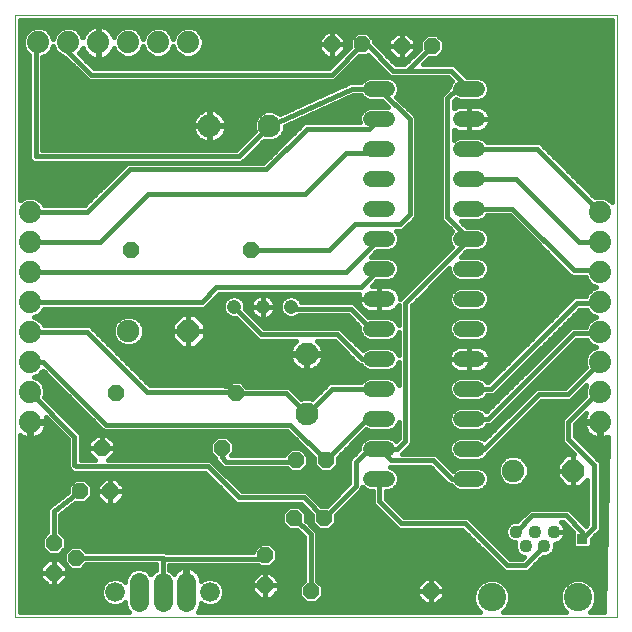
<source format=gtl>
G75*
%MOIN*%
%OFA0B0*%
%FSLAX25Y25*%
%IPPOS*%
%LPD*%
%AMOC8*
5,1,8,0,0,1.08239X$1,22.5*
%
%ADD10C,0.00000*%
%ADD11OC8,0.05200*%
%ADD12C,0.07500*%
%ADD13OC8,0.07500*%
%ADD14C,0.05200*%
%ADD15C,0.07400*%
%ADD16C,0.04756*%
%ADD17C,0.07600*%
%ADD18C,0.06496*%
%ADD19C,0.06600*%
%ADD20C,0.04362*%
%ADD21C,0.09449*%
%ADD22C,0.01600*%
%ADD23R,0.03562X0.03562*%
D10*
X0001800Y0007058D02*
X0001800Y0207846D01*
X0202587Y0207846D01*
X0202587Y0007058D01*
X0001800Y0007058D01*
D11*
X0014627Y0021814D03*
X0022127Y0026814D03*
X0014627Y0031814D03*
X0023574Y0048933D03*
X0033574Y0048933D03*
X0030647Y0063453D03*
X0035484Y0081561D03*
X0070647Y0063453D03*
X0075484Y0081561D03*
X0095332Y0059275D03*
X0105332Y0059275D03*
X0104736Y0040125D03*
X0094736Y0040125D03*
X0085217Y0027584D03*
X0085217Y0017584D03*
X0100323Y0015692D03*
X0140323Y0015692D03*
X0080329Y0129380D03*
X0040329Y0129380D03*
X0107417Y0197903D03*
X0117417Y0197903D03*
X0130629Y0197389D03*
X0140629Y0197389D03*
D12*
X0039591Y0102372D03*
X0167843Y0055860D03*
D13*
X0187843Y0055860D03*
X0059591Y0102372D03*
D14*
X0120607Y0103082D02*
X0125807Y0103082D01*
X0125807Y0093082D02*
X0120607Y0093082D01*
X0120607Y0083082D02*
X0125807Y0083082D01*
X0125807Y0073082D02*
X0120607Y0073082D01*
X0120607Y0063082D02*
X0125807Y0063082D01*
X0125807Y0053082D02*
X0120607Y0053082D01*
X0150607Y0053082D02*
X0155807Y0053082D01*
X0155807Y0063082D02*
X0150607Y0063082D01*
X0150607Y0073082D02*
X0155807Y0073082D01*
X0155807Y0083082D02*
X0150607Y0083082D01*
X0150607Y0093082D02*
X0155807Y0093082D01*
X0155807Y0103082D02*
X0150607Y0103082D01*
X0150607Y0113082D02*
X0155807Y0113082D01*
X0155807Y0123082D02*
X0150607Y0123082D01*
X0150607Y0133082D02*
X0155807Y0133082D01*
X0155807Y0143082D02*
X0150607Y0143082D01*
X0150607Y0153082D02*
X0155807Y0153082D01*
X0155807Y0163082D02*
X0150607Y0163082D01*
X0150607Y0173082D02*
X0155807Y0173082D01*
X0155807Y0183082D02*
X0150607Y0183082D01*
X0125807Y0183082D02*
X0120607Y0183082D01*
X0120607Y0173082D02*
X0125807Y0173082D01*
X0125807Y0163082D02*
X0120607Y0163082D01*
X0120607Y0153082D02*
X0125807Y0153082D01*
X0125807Y0143082D02*
X0120607Y0143082D01*
X0120607Y0133082D02*
X0125807Y0133082D01*
X0125807Y0123082D02*
X0120607Y0123082D01*
X0120607Y0113082D02*
X0125807Y0113082D01*
D15*
X0196800Y0112058D03*
X0196800Y0102058D03*
X0196800Y0092058D03*
X0196800Y0082058D03*
X0196800Y0072058D03*
X0196800Y0122058D03*
X0196800Y0132058D03*
X0196800Y0142058D03*
X0059521Y0198551D03*
X0049521Y0198551D03*
X0039521Y0198551D03*
X0029521Y0198551D03*
X0019521Y0198551D03*
X0009521Y0198551D03*
X0006800Y0142058D03*
X0006800Y0132058D03*
X0006800Y0122058D03*
X0006800Y0112058D03*
X0006800Y0102058D03*
X0006800Y0092058D03*
X0006800Y0082058D03*
X0006800Y0072058D03*
D16*
X0074785Y0110432D03*
X0084391Y0110432D03*
X0093785Y0110432D03*
D17*
X0098994Y0094716D03*
X0098994Y0074716D03*
X0086563Y0170746D03*
X0066563Y0170746D03*
D18*
X0058848Y0018633D02*
X0058848Y0012137D01*
X0050974Y0012137D02*
X0050974Y0018633D01*
X0043100Y0018633D02*
X0043100Y0012137D01*
D19*
X0035226Y0015385D03*
X0066722Y0015385D03*
D20*
X0168800Y0035502D03*
X0171950Y0030778D03*
X0175099Y0035502D03*
X0178249Y0030778D03*
X0181399Y0035502D03*
D21*
X0189469Y0013652D03*
X0160729Y0013652D03*
D22*
X0156664Y0018248D02*
X0143989Y0018248D01*
X0144723Y0017514D02*
X0142145Y0020092D01*
X0140323Y0020092D01*
X0140323Y0015692D01*
X0140323Y0015692D01*
X0144723Y0015692D01*
X0144723Y0017514D01*
X0144723Y0016649D02*
X0155342Y0016649D01*
X0155537Y0017121D02*
X0154605Y0014870D01*
X0154605Y0012433D01*
X0155537Y0010182D01*
X0156861Y0008858D01*
X0062705Y0008858D01*
X0063166Y0009492D01*
X0063526Y0010200D01*
X0063772Y0010955D01*
X0063872Y0011589D01*
X0064060Y0011401D01*
X0065787Y0010685D01*
X0067657Y0010685D01*
X0069384Y0011401D01*
X0070707Y0012723D01*
X0071422Y0014450D01*
X0071422Y0016320D01*
X0070707Y0018048D01*
X0069384Y0019370D01*
X0067657Y0020085D01*
X0065787Y0020085D01*
X0064060Y0019370D01*
X0063872Y0019182D01*
X0063772Y0019815D01*
X0063526Y0020571D01*
X0063166Y0021279D01*
X0062699Y0021922D01*
X0062137Y0022484D01*
X0061494Y0022951D01*
X0060786Y0023312D01*
X0060030Y0023557D01*
X0059245Y0023681D01*
X0059131Y0023681D01*
X0059131Y0015668D01*
X0058565Y0015668D01*
X0058565Y0023681D01*
X0058451Y0023681D01*
X0057666Y0023557D01*
X0056910Y0023312D01*
X0056202Y0022951D01*
X0055560Y0022484D01*
X0054998Y0021922D01*
X0054687Y0021494D01*
X0053607Y0022574D01*
X0053191Y0022746D01*
X0053191Y0024328D01*
X0082817Y0024328D01*
X0083560Y0023584D01*
X0086874Y0023584D01*
X0089217Y0025928D01*
X0089217Y0029241D01*
X0086874Y0031584D01*
X0083560Y0031584D01*
X0081217Y0029241D01*
X0081217Y0028728D01*
X0052172Y0028728D01*
X0051885Y0029014D01*
X0025584Y0029014D01*
X0023784Y0030814D01*
X0020470Y0030814D01*
X0018127Y0028471D01*
X0018127Y0025157D01*
X0020470Y0022814D01*
X0023784Y0022814D01*
X0025584Y0024614D01*
X0048774Y0024614D01*
X0048774Y0022753D01*
X0048341Y0022574D01*
X0047037Y0021270D01*
X0045733Y0022574D01*
X0044025Y0023281D01*
X0042176Y0023281D01*
X0040467Y0022574D01*
X0039160Y0021266D01*
X0038452Y0019558D01*
X0038452Y0018806D01*
X0037888Y0019370D01*
X0036161Y0020085D01*
X0034291Y0020085D01*
X0032564Y0019370D01*
X0031242Y0018048D01*
X0030526Y0016320D01*
X0030526Y0014450D01*
X0031242Y0012723D01*
X0032564Y0011401D01*
X0034291Y0010685D01*
X0036161Y0010685D01*
X0037888Y0011401D01*
X0038452Y0011965D01*
X0038452Y0011213D01*
X0039160Y0009504D01*
X0039806Y0008858D01*
X0003600Y0008858D01*
X0003600Y0067585D01*
X0003917Y0067354D01*
X0004689Y0066961D01*
X0005512Y0066694D01*
X0006367Y0066558D01*
X0006600Y0066558D01*
X0006600Y0071858D01*
X0007000Y0071858D01*
X0007000Y0066558D01*
X0007233Y0066558D01*
X0008088Y0066694D01*
X0008911Y0066961D01*
X0009683Y0067354D01*
X0010383Y0067863D01*
X0010995Y0068475D01*
X0011504Y0069176D01*
X0011897Y0069947D01*
X0012165Y0070770D01*
X0012300Y0071625D01*
X0012300Y0071858D01*
X0007000Y0071858D01*
X0007000Y0072258D01*
X0012300Y0072258D01*
X0012300Y0072491D01*
X0012165Y0073346D01*
X0012098Y0073552D01*
X0019364Y0066286D01*
X0019364Y0056913D01*
X0019884Y0056393D01*
X0021173Y0055104D01*
X0065109Y0055104D01*
X0074234Y0045979D01*
X0075523Y0044690D01*
X0097059Y0044690D01*
X0100736Y0041013D01*
X0100736Y0038468D01*
X0103079Y0036125D01*
X0106393Y0036125D01*
X0108736Y0038468D01*
X0108736Y0041013D01*
X0116320Y0048597D01*
X0117608Y0049886D01*
X0117608Y0050424D01*
X0118341Y0049691D01*
X0119811Y0049082D01*
X0121007Y0049082D01*
X0121007Y0044705D01*
X0128324Y0037388D01*
X0129613Y0036099D01*
X0150921Y0036099D01*
X0163691Y0023329D01*
X0164980Y0022041D01*
X0172623Y0022041D01*
X0177779Y0027196D01*
X0178961Y0027196D01*
X0180277Y0027742D01*
X0181285Y0028749D01*
X0181830Y0030065D01*
X0181830Y0031490D01*
X0181815Y0031526D01*
X0182560Y0031674D01*
X0183284Y0031974D01*
X0183936Y0032410D01*
X0184491Y0032964D01*
X0184927Y0033616D01*
X0185227Y0034341D01*
X0185380Y0035110D01*
X0185380Y0035502D01*
X0185380Y0035894D01*
X0185227Y0036663D01*
X0184927Y0037388D01*
X0184491Y0038040D01*
X0183936Y0038594D01*
X0183774Y0038703D01*
X0184518Y0038703D01*
X0187738Y0035482D01*
X0187710Y0035453D01*
X0187710Y0030731D01*
X0188530Y0029911D01*
X0193252Y0029911D01*
X0194072Y0030731D01*
X0194072Y0033162D01*
X0196992Y0036083D01*
X0196992Y0058736D01*
X0195704Y0060025D01*
X0188409Y0067319D01*
X0188409Y0071232D01*
X0192073Y0074896D01*
X0191703Y0074170D01*
X0191435Y0073346D01*
X0191300Y0072491D01*
X0191300Y0072258D01*
X0196600Y0072258D01*
X0196600Y0071858D01*
X0197000Y0071858D01*
X0197000Y0066558D01*
X0197233Y0066558D01*
X0198088Y0066694D01*
X0198911Y0066961D01*
X0199337Y0067178D01*
X0198043Y0008858D01*
X0193337Y0008858D01*
X0194661Y0010182D01*
X0195594Y0012433D01*
X0195594Y0014870D01*
X0194661Y0017121D01*
X0192939Y0018844D01*
X0190688Y0019776D01*
X0188251Y0019776D01*
X0186000Y0018844D01*
X0184277Y0017121D01*
X0183345Y0014870D01*
X0183345Y0012433D01*
X0184277Y0010182D01*
X0185602Y0008858D01*
X0164597Y0008858D01*
X0165921Y0010182D01*
X0166854Y0012433D01*
X0166854Y0014870D01*
X0165921Y0017121D01*
X0164198Y0018844D01*
X0161947Y0019776D01*
X0159511Y0019776D01*
X0157260Y0018844D01*
X0155537Y0017121D01*
X0154680Y0015051D02*
X0144723Y0015051D01*
X0144723Y0015692D02*
X0140323Y0015692D01*
X0140323Y0015692D01*
X0140323Y0020092D01*
X0138500Y0020092D01*
X0135923Y0017514D01*
X0135923Y0015692D01*
X0140323Y0015692D01*
X0140323Y0015692D01*
X0140323Y0011292D01*
X0142145Y0011292D01*
X0144723Y0013869D01*
X0144723Y0015692D01*
X0144306Y0013452D02*
X0154605Y0013452D01*
X0154845Y0011854D02*
X0142707Y0011854D01*
X0140323Y0011854D02*
X0140323Y0011854D01*
X0140323Y0011292D02*
X0140323Y0015692D01*
X0140323Y0015692D01*
X0135923Y0015692D01*
X0135923Y0013869D01*
X0138500Y0011292D01*
X0140323Y0011292D01*
X0140323Y0013452D02*
X0140323Y0013452D01*
X0140323Y0015051D02*
X0140323Y0015051D01*
X0140323Y0016649D02*
X0140323Y0016649D01*
X0140323Y0018248D02*
X0140323Y0018248D01*
X0140323Y0019846D02*
X0140323Y0019846D01*
X0142391Y0019846D02*
X0198287Y0019846D01*
X0198251Y0018248D02*
X0193534Y0018248D01*
X0194857Y0016649D02*
X0198216Y0016649D01*
X0198180Y0015051D02*
X0195519Y0015051D01*
X0195594Y0013452D02*
X0198145Y0013452D01*
X0198109Y0011854D02*
X0195354Y0011854D01*
X0194692Y0010255D02*
X0198074Y0010255D01*
X0198322Y0021445D02*
X0102523Y0021445D01*
X0102523Y0023043D02*
X0163977Y0023043D01*
X0165891Y0024241D02*
X0171712Y0024241D01*
X0178249Y0030778D01*
X0181570Y0029437D02*
X0198500Y0029437D01*
X0198464Y0027839D02*
X0180375Y0027839D01*
X0181830Y0031036D02*
X0187710Y0031036D01*
X0187710Y0032634D02*
X0184161Y0032634D01*
X0185182Y0034233D02*
X0187710Y0034233D01*
X0187389Y0035831D02*
X0185380Y0035831D01*
X0185380Y0035502D02*
X0181399Y0035502D01*
X0181399Y0035502D01*
X0185380Y0035502D01*
X0185790Y0037430D02*
X0184898Y0037430D01*
X0185429Y0040903D02*
X0174201Y0040903D01*
X0168800Y0035502D01*
X0165450Y0034233D02*
X0159010Y0034233D01*
X0157412Y0035831D02*
X0165219Y0035831D01*
X0165219Y0036214D02*
X0165219Y0034790D01*
X0165764Y0033473D01*
X0166772Y0032466D01*
X0168088Y0031921D01*
X0168547Y0031921D01*
X0168369Y0031490D01*
X0168369Y0030065D01*
X0168914Y0028749D01*
X0169921Y0027742D01*
X0171237Y0027196D01*
X0171557Y0027196D01*
X0170801Y0026441D01*
X0166802Y0026441D01*
X0152744Y0040499D01*
X0131436Y0040499D01*
X0125407Y0046528D01*
X0125407Y0049082D01*
X0126603Y0049082D01*
X0128073Y0049691D01*
X0129198Y0050817D01*
X0129807Y0052287D01*
X0129807Y0053878D01*
X0129198Y0055348D01*
X0128073Y0056474D01*
X0126730Y0057030D01*
X0140248Y0057030D01*
X0145107Y0052171D01*
X0146396Y0050882D01*
X0147189Y0050882D01*
X0147216Y0050817D01*
X0148341Y0049691D01*
X0149811Y0049082D01*
X0156603Y0049082D01*
X0158073Y0049691D01*
X0159198Y0050817D01*
X0159807Y0052287D01*
X0159807Y0053878D01*
X0159198Y0055348D01*
X0158073Y0056474D01*
X0156603Y0057082D01*
X0149811Y0057082D01*
X0148341Y0056474D01*
X0147684Y0055817D01*
X0142071Y0061430D01*
X0130709Y0061430D01*
X0131451Y0062171D01*
X0134069Y0064790D01*
X0134069Y0110833D01*
X0146607Y0123371D01*
X0146607Y0122287D01*
X0147216Y0120817D01*
X0148341Y0119691D01*
X0149811Y0119082D01*
X0156603Y0119082D01*
X0158073Y0119691D01*
X0159198Y0120817D01*
X0159807Y0122287D01*
X0159807Y0123878D01*
X0159198Y0125348D01*
X0182185Y0125348D01*
X0180587Y0126947D02*
X0156931Y0126947D01*
X0156603Y0127082D02*
X0150318Y0127082D01*
X0152318Y0129082D01*
X0156603Y0129082D01*
X0158073Y0129691D01*
X0159198Y0130817D01*
X0159807Y0132287D01*
X0159807Y0133878D01*
X0159198Y0135348D01*
X0158073Y0136474D01*
X0156603Y0137082D01*
X0152318Y0137082D01*
X0150318Y0139082D01*
X0156603Y0139082D01*
X0158073Y0139691D01*
X0159198Y0140817D01*
X0159225Y0140882D01*
X0166651Y0140882D01*
X0185795Y0121738D01*
X0187084Y0120450D01*
X0191946Y0120450D01*
X0192476Y0119169D01*
X0193911Y0117735D01*
X0195544Y0117058D01*
X0193911Y0116382D01*
X0192476Y0114947D01*
X0192049Y0113915D01*
X0188124Y0113915D01*
X0186835Y0112627D01*
X0159491Y0085282D01*
X0159225Y0085282D01*
X0159198Y0085348D01*
X0158073Y0086474D01*
X0156603Y0087082D01*
X0149811Y0087082D01*
X0148341Y0086474D01*
X0147216Y0085348D01*
X0146607Y0083878D01*
X0146607Y0082287D01*
X0147216Y0080817D01*
X0148341Y0079691D01*
X0149811Y0079082D01*
X0156603Y0079082D01*
X0158073Y0079691D01*
X0159198Y0080817D01*
X0159225Y0080882D01*
X0161314Y0080882D01*
X0189947Y0109515D01*
X0192333Y0109515D01*
X0192476Y0109169D01*
X0193911Y0107735D01*
X0195544Y0107058D01*
X0193911Y0106382D01*
X0192476Y0104947D01*
X0191986Y0103762D01*
X0187084Y0103762D01*
X0185795Y0102473D01*
X0158934Y0075612D01*
X0158073Y0076474D01*
X0156603Y0077082D01*
X0149811Y0077082D01*
X0148341Y0076474D01*
X0147216Y0075348D01*
X0146607Y0073878D01*
X0146607Y0072287D01*
X0147216Y0070817D01*
X0148341Y0069691D01*
X0149811Y0069082D01*
X0156603Y0069082D01*
X0158073Y0069691D01*
X0159198Y0070817D01*
X0159225Y0070882D01*
X0160427Y0070882D01*
X0188906Y0099362D01*
X0192397Y0099362D01*
X0192476Y0099169D01*
X0193911Y0097735D01*
X0195544Y0097058D01*
X0193911Y0096382D01*
X0192476Y0094947D01*
X0191700Y0093073D01*
X0191700Y0091044D01*
X0191985Y0090355D01*
X0185086Y0083455D01*
X0175382Y0083455D01*
X0174093Y0082167D01*
X0158236Y0066310D01*
X0158073Y0066474D01*
X0156603Y0067082D01*
X0149811Y0067082D01*
X0148341Y0066474D01*
X0147216Y0065348D01*
X0146607Y0063878D01*
X0146607Y0062287D01*
X0147216Y0060817D01*
X0148341Y0059691D01*
X0149811Y0059082D01*
X0156603Y0059082D01*
X0158073Y0059691D01*
X0159198Y0060817D01*
X0159363Y0061214D01*
X0177204Y0079055D01*
X0186908Y0079055D01*
X0192248Y0084394D01*
X0191700Y0083073D01*
X0191700Y0081044D01*
X0191787Y0080833D01*
X0185298Y0074343D01*
X0184009Y0073055D01*
X0184009Y0065497D01*
X0188096Y0061410D01*
X0187843Y0061410D01*
X0185544Y0061410D01*
X0182293Y0058158D01*
X0182293Y0055860D01*
X0187843Y0055860D01*
X0187843Y0061410D01*
X0187843Y0055860D01*
X0187843Y0055860D01*
X0187843Y0055859D01*
X0187843Y0055859D01*
X0187843Y0050310D01*
X0185544Y0050310D01*
X0182293Y0053561D01*
X0182293Y0055859D01*
X0187843Y0055859D01*
X0187843Y0050310D01*
X0190142Y0050310D01*
X0192592Y0052760D01*
X0192592Y0037905D01*
X0192065Y0037378D01*
X0187629Y0041814D01*
X0186340Y0043103D01*
X0173289Y0043103D01*
X0169270Y0039083D01*
X0168088Y0039083D01*
X0166772Y0038538D01*
X0165764Y0037530D01*
X0165219Y0036214D01*
X0165723Y0037430D02*
X0155813Y0037430D01*
X0154215Y0039028D02*
X0167956Y0039028D01*
X0170814Y0040627D02*
X0131308Y0040627D01*
X0129709Y0042225D02*
X0172412Y0042225D01*
X0168868Y0050710D02*
X0166819Y0050710D01*
X0164926Y0051494D01*
X0163477Y0052942D01*
X0162693Y0054835D01*
X0162693Y0056884D01*
X0163477Y0058777D01*
X0164926Y0060225D01*
X0166819Y0061010D01*
X0168868Y0061010D01*
X0170760Y0060225D01*
X0172209Y0058777D01*
X0172993Y0056884D01*
X0172993Y0054835D01*
X0172209Y0052942D01*
X0170760Y0051494D01*
X0168868Y0050710D01*
X0171083Y0051817D02*
X0184037Y0051817D01*
X0182439Y0053415D02*
X0172405Y0053415D01*
X0172993Y0055014D02*
X0182293Y0055014D01*
X0182293Y0056612D02*
X0172993Y0056612D01*
X0172444Y0058211D02*
X0182345Y0058211D01*
X0183944Y0059809D02*
X0171177Y0059809D01*
X0164509Y0059809D02*
X0158191Y0059809D01*
X0159556Y0061408D02*
X0185542Y0061408D01*
X0186500Y0063006D02*
X0161155Y0063006D01*
X0162753Y0064605D02*
X0184901Y0064605D01*
X0184009Y0066203D02*
X0164352Y0066203D01*
X0165950Y0067802D02*
X0184009Y0067802D01*
X0184009Y0069400D02*
X0167549Y0069400D01*
X0169148Y0070999D02*
X0184009Y0070999D01*
X0184009Y0072597D02*
X0170746Y0072597D01*
X0172345Y0074196D02*
X0185150Y0074196D01*
X0186749Y0075794D02*
X0173943Y0075794D01*
X0175542Y0077393D02*
X0188347Y0077393D01*
X0189946Y0078991D02*
X0177140Y0078991D01*
X0176293Y0081255D02*
X0185997Y0081255D01*
X0196800Y0092058D01*
X0194377Y0096575D02*
X0186119Y0096575D01*
X0184521Y0094976D02*
X0192506Y0094976D01*
X0191826Y0093378D02*
X0182922Y0093378D01*
X0181324Y0091779D02*
X0191700Y0091779D01*
X0191811Y0090181D02*
X0179725Y0090181D01*
X0178127Y0088582D02*
X0190213Y0088582D01*
X0188614Y0086984D02*
X0176528Y0086984D01*
X0174930Y0085385D02*
X0187016Y0085385D01*
X0185417Y0083787D02*
X0173331Y0083787D01*
X0174115Y0082188D02*
X0171733Y0082188D01*
X0172516Y0080590D02*
X0170134Y0080590D01*
X0170918Y0078991D02*
X0168536Y0078991D01*
X0169319Y0077393D02*
X0166937Y0077393D01*
X0167721Y0075794D02*
X0165339Y0075794D01*
X0166122Y0074196D02*
X0163740Y0074196D01*
X0164523Y0072597D02*
X0162142Y0072597D01*
X0162925Y0070999D02*
X0160543Y0070999D01*
X0161326Y0069400D02*
X0157370Y0069400D01*
X0159728Y0067802D02*
X0134069Y0067802D01*
X0134069Y0069400D02*
X0149044Y0069400D01*
X0147141Y0070999D02*
X0134069Y0070999D01*
X0134069Y0072597D02*
X0146607Y0072597D01*
X0146739Y0074196D02*
X0134069Y0074196D01*
X0134069Y0075794D02*
X0147662Y0075794D01*
X0147443Y0080590D02*
X0134069Y0080590D01*
X0134069Y0082188D02*
X0146648Y0082188D01*
X0146607Y0083787D02*
X0134069Y0083787D01*
X0134069Y0085385D02*
X0147253Y0085385D01*
X0149573Y0086984D02*
X0134069Y0086984D01*
X0134069Y0088582D02*
X0162791Y0088582D01*
X0161193Y0086984D02*
X0156841Y0086984D01*
X0156837Y0088791D02*
X0157496Y0089005D01*
X0158113Y0089319D01*
X0158673Y0089726D01*
X0159163Y0090216D01*
X0159570Y0090776D01*
X0159885Y0091393D01*
X0160099Y0092052D01*
X0160207Y0092736D01*
X0160207Y0093082D01*
X0153207Y0093082D01*
X0153207Y0093082D01*
X0153207Y0088682D01*
X0150261Y0088682D01*
X0149577Y0088791D01*
X0148918Y0089005D01*
X0148301Y0089319D01*
X0147741Y0089726D01*
X0147251Y0090216D01*
X0146844Y0090776D01*
X0146529Y0091393D01*
X0146315Y0092052D01*
X0146207Y0092736D01*
X0146207Y0093082D01*
X0153207Y0093082D01*
X0153207Y0088682D01*
X0156153Y0088682D01*
X0156837Y0088791D01*
X0159128Y0090181D02*
X0164390Y0090181D01*
X0165988Y0091779D02*
X0160010Y0091779D01*
X0160207Y0093083D02*
X0160207Y0093429D01*
X0160099Y0094113D01*
X0159885Y0094771D01*
X0159570Y0095389D01*
X0159163Y0095949D01*
X0158673Y0096439D01*
X0158113Y0096846D01*
X0157496Y0097160D01*
X0156837Y0097374D01*
X0156153Y0097482D01*
X0153207Y0097482D01*
X0150261Y0097482D01*
X0149577Y0097374D01*
X0148918Y0097160D01*
X0148301Y0096846D01*
X0147741Y0096439D01*
X0147251Y0095949D01*
X0146844Y0095389D01*
X0146529Y0094771D01*
X0146315Y0094113D01*
X0146207Y0093429D01*
X0146207Y0093083D01*
X0153207Y0093083D01*
X0153207Y0097482D01*
X0153207Y0093083D01*
X0153207Y0093083D01*
X0153207Y0093082D01*
X0153207Y0093083D01*
X0160207Y0093083D01*
X0160207Y0093378D02*
X0167587Y0093378D01*
X0169185Y0094976D02*
X0159780Y0094976D01*
X0158486Y0096575D02*
X0170784Y0096575D01*
X0172382Y0098173D02*
X0134069Y0098173D01*
X0134069Y0096575D02*
X0147928Y0096575D01*
X0146634Y0094976D02*
X0134069Y0094976D01*
X0134069Y0093378D02*
X0146207Y0093378D01*
X0146404Y0091779D02*
X0134069Y0091779D01*
X0134069Y0090181D02*
X0147286Y0090181D01*
X0153207Y0090181D02*
X0153207Y0090181D01*
X0153207Y0091779D02*
X0153207Y0091779D01*
X0153207Y0093378D02*
X0153207Y0093378D01*
X0153207Y0094976D02*
X0153207Y0094976D01*
X0153207Y0096575D02*
X0153207Y0096575D01*
X0149811Y0099082D02*
X0156603Y0099082D01*
X0158073Y0099691D01*
X0159198Y0100817D01*
X0159807Y0102287D01*
X0159807Y0103878D01*
X0159198Y0105348D01*
X0158073Y0106474D01*
X0156603Y0107082D01*
X0149811Y0107082D01*
X0148341Y0106474D01*
X0147216Y0105348D01*
X0146607Y0103878D01*
X0146607Y0102287D01*
X0147216Y0100817D01*
X0148341Y0099691D01*
X0149811Y0099082D01*
X0148261Y0099772D02*
X0134069Y0099772D01*
X0134069Y0101370D02*
X0146987Y0101370D01*
X0146607Y0102969D02*
X0134069Y0102969D01*
X0134069Y0104567D02*
X0146893Y0104567D01*
X0148034Y0106166D02*
X0134069Y0106166D01*
X0134069Y0107764D02*
X0181973Y0107764D01*
X0180375Y0106166D02*
X0158380Y0106166D01*
X0159522Y0104567D02*
X0178776Y0104567D01*
X0177178Y0102969D02*
X0159807Y0102969D01*
X0159427Y0101370D02*
X0175579Y0101370D01*
X0173981Y0099772D02*
X0158153Y0099772D01*
X0156603Y0109082D02*
X0149811Y0109082D01*
X0148341Y0109691D01*
X0147216Y0110817D01*
X0146607Y0112287D01*
X0146607Y0113878D01*
X0147216Y0115348D01*
X0148341Y0116474D01*
X0149811Y0117082D01*
X0156603Y0117082D01*
X0158073Y0116474D01*
X0159198Y0115348D01*
X0159807Y0113878D01*
X0159807Y0112287D01*
X0159198Y0110817D01*
X0158073Y0109691D01*
X0156603Y0109082D01*
X0157280Y0109363D02*
X0183572Y0109363D01*
X0185170Y0110961D02*
X0159258Y0110961D01*
X0159807Y0112560D02*
X0186769Y0112560D01*
X0189035Y0111715D02*
X0196457Y0111715D01*
X0196800Y0112058D01*
X0193286Y0115757D02*
X0158789Y0115757D01*
X0159691Y0114159D02*
X0192150Y0114159D01*
X0189035Y0111715D02*
X0160403Y0083082D01*
X0153207Y0083082D01*
X0158971Y0080590D02*
X0163912Y0080590D01*
X0162620Y0082188D02*
X0165510Y0082188D01*
X0164218Y0083787D02*
X0167109Y0083787D01*
X0165817Y0085385D02*
X0168707Y0085385D01*
X0167415Y0086984D02*
X0170306Y0086984D01*
X0169014Y0088582D02*
X0171904Y0088582D01*
X0170612Y0090181D02*
X0173503Y0090181D01*
X0172211Y0091779D02*
X0175101Y0091779D01*
X0173809Y0093378D02*
X0176700Y0093378D01*
X0175408Y0094976D02*
X0178298Y0094976D01*
X0177006Y0096575D02*
X0179897Y0096575D01*
X0178605Y0098173D02*
X0181495Y0098173D01*
X0180203Y0099772D02*
X0183094Y0099772D01*
X0181802Y0101370D02*
X0184692Y0101370D01*
X0183400Y0102969D02*
X0186291Y0102969D01*
X0184999Y0104567D02*
X0192319Y0104567D01*
X0193695Y0106166D02*
X0186597Y0106166D01*
X0188196Y0107764D02*
X0193881Y0107764D01*
X0192396Y0109363D02*
X0189794Y0109363D01*
X0187995Y0101562D02*
X0196304Y0101562D01*
X0196800Y0102058D01*
X0193472Y0098173D02*
X0187718Y0098173D01*
X0187995Y0101562D02*
X0159516Y0073082D01*
X0153207Y0073082D01*
X0158752Y0075794D02*
X0159116Y0075794D01*
X0160715Y0077393D02*
X0134069Y0077393D01*
X0134069Y0078991D02*
X0162313Y0078991D01*
X0159594Y0085385D02*
X0159161Y0085385D01*
X0176293Y0081255D02*
X0158120Y0063082D01*
X0153207Y0063082D01*
X0148224Y0059809D02*
X0143692Y0059809D01*
X0145290Y0058211D02*
X0163243Y0058211D01*
X0162693Y0056612D02*
X0157738Y0056612D01*
X0159337Y0055014D02*
X0162693Y0055014D01*
X0163281Y0053415D02*
X0159807Y0053415D01*
X0159612Y0051817D02*
X0164603Y0051817D01*
X0158600Y0050218D02*
X0192592Y0050218D01*
X0192592Y0048620D02*
X0125407Y0048620D01*
X0125407Y0047021D02*
X0192592Y0047021D01*
X0192592Y0045423D02*
X0126512Y0045423D01*
X0128111Y0043824D02*
X0192592Y0043824D01*
X0192592Y0042225D02*
X0187217Y0042225D01*
X0185429Y0040903D02*
X0190891Y0035441D01*
X0190891Y0033092D01*
X0194792Y0036994D01*
X0194792Y0057825D01*
X0186209Y0066408D01*
X0186209Y0072143D01*
X0196124Y0082058D01*
X0196800Y0082058D01*
X0191996Y0083787D02*
X0191640Y0083787D01*
X0191700Y0082188D02*
X0190041Y0082188D01*
X0191544Y0080590D02*
X0188443Y0080590D01*
X0191373Y0074196D02*
X0191716Y0074196D01*
X0191317Y0072597D02*
X0189774Y0072597D01*
X0191300Y0071858D02*
X0191300Y0071625D01*
X0191435Y0070770D01*
X0191703Y0069947D01*
X0192096Y0069176D01*
X0192605Y0068475D01*
X0193217Y0067863D01*
X0193917Y0067354D01*
X0194689Y0066961D01*
X0195512Y0066694D01*
X0196367Y0066558D01*
X0196600Y0066558D01*
X0196600Y0071858D01*
X0191300Y0071858D01*
X0191399Y0070999D02*
X0188409Y0070999D01*
X0188409Y0069400D02*
X0191982Y0069400D01*
X0193302Y0067802D02*
X0188409Y0067802D01*
X0189525Y0066203D02*
X0199316Y0066203D01*
X0199280Y0064605D02*
X0191124Y0064605D01*
X0192722Y0063006D02*
X0199245Y0063006D01*
X0199209Y0061408D02*
X0194321Y0061408D01*
X0195919Y0059809D02*
X0199174Y0059809D01*
X0199138Y0058211D02*
X0196992Y0058211D01*
X0196992Y0056612D02*
X0199103Y0056612D01*
X0199067Y0055014D02*
X0196992Y0055014D01*
X0196992Y0053415D02*
X0199032Y0053415D01*
X0198996Y0051817D02*
X0196992Y0051817D01*
X0196992Y0050218D02*
X0198961Y0050218D01*
X0198925Y0048620D02*
X0196992Y0048620D01*
X0196992Y0047021D02*
X0198890Y0047021D01*
X0198854Y0045423D02*
X0196992Y0045423D01*
X0196992Y0043824D02*
X0198819Y0043824D01*
X0198783Y0042225D02*
X0196992Y0042225D01*
X0196992Y0040627D02*
X0198748Y0040627D01*
X0198712Y0039028D02*
X0196992Y0039028D01*
X0196992Y0037430D02*
X0198677Y0037430D01*
X0198642Y0035831D02*
X0196741Y0035831D01*
X0195143Y0034233D02*
X0198606Y0034233D01*
X0198571Y0032634D02*
X0194072Y0032634D01*
X0194072Y0031036D02*
X0198535Y0031036D01*
X0198429Y0026240D02*
X0176823Y0026240D01*
X0175225Y0024642D02*
X0198393Y0024642D01*
X0198358Y0023043D02*
X0173626Y0023043D01*
X0169824Y0027839D02*
X0165404Y0027839D01*
X0163806Y0029437D02*
X0168629Y0029437D01*
X0168369Y0031036D02*
X0162207Y0031036D01*
X0160609Y0032634D02*
X0166603Y0032634D01*
X0160780Y0026240D02*
X0102523Y0026240D01*
X0102523Y0024642D02*
X0162379Y0024642D01*
X0165891Y0024241D02*
X0151833Y0038299D01*
X0130524Y0038299D01*
X0123207Y0045616D01*
X0123207Y0053082D01*
X0121007Y0048620D02*
X0116342Y0048620D01*
X0117608Y0050218D02*
X0117815Y0050218D01*
X0115408Y0050797D02*
X0115408Y0058722D01*
X0119769Y0063082D01*
X0123207Y0063082D01*
X0127060Y0059230D01*
X0141160Y0059230D01*
X0147307Y0053082D01*
X0153207Y0053082D01*
X0148676Y0056612D02*
X0146889Y0056612D01*
X0143863Y0053415D02*
X0129807Y0053415D01*
X0129612Y0051817D02*
X0145462Y0051817D01*
X0147815Y0050218D02*
X0128600Y0050218D01*
X0129337Y0055014D02*
X0142265Y0055014D01*
X0140666Y0056612D02*
X0127738Y0056612D01*
X0129251Y0063082D02*
X0123207Y0063082D01*
X0119811Y0067082D02*
X0118341Y0066474D01*
X0117216Y0065348D01*
X0116607Y0063878D01*
X0116607Y0063031D01*
X0113208Y0059633D01*
X0113208Y0051708D01*
X0105624Y0044125D01*
X0103847Y0044125D01*
X0098881Y0049090D01*
X0097059Y0049090D01*
X0077345Y0049090D01*
X0066932Y0059504D01*
X0032921Y0059504D01*
X0035047Y0061630D01*
X0035047Y0063453D01*
X0035047Y0065275D01*
X0032469Y0067853D01*
X0030647Y0067853D01*
X0030647Y0063453D01*
X0030647Y0063453D01*
X0035047Y0063453D01*
X0030647Y0063453D01*
X0030647Y0063453D01*
X0030647Y0067853D01*
X0028824Y0067853D01*
X0026247Y0065275D01*
X0026247Y0063453D01*
X0030647Y0063453D01*
X0030647Y0063453D01*
X0026247Y0063453D01*
X0026247Y0061630D01*
X0028373Y0059504D01*
X0023764Y0059504D01*
X0023764Y0068108D01*
X0022475Y0069397D01*
X0011586Y0080286D01*
X0011900Y0081044D01*
X0011900Y0083073D01*
X0011124Y0084947D01*
X0009689Y0086382D01*
X0008056Y0087058D01*
X0009689Y0087735D01*
X0011085Y0089131D01*
X0030026Y0070191D01*
X0031314Y0068902D01*
X0092594Y0068902D01*
X0101332Y0060164D01*
X0101332Y0057618D01*
X0103676Y0055275D01*
X0106989Y0055275D01*
X0109332Y0057618D01*
X0109332Y0060164D01*
X0118708Y0069540D01*
X0119811Y0069082D01*
X0126603Y0069082D01*
X0128073Y0069691D01*
X0129198Y0070817D01*
X0129669Y0071953D01*
X0129669Y0066612D01*
X0128802Y0065745D01*
X0128073Y0066474D01*
X0126603Y0067082D01*
X0119811Y0067082D01*
X0118071Y0066203D02*
X0115372Y0066203D01*
X0116908Y0064605D02*
X0113773Y0064605D01*
X0112175Y0063006D02*
X0116582Y0063006D01*
X0114983Y0061408D02*
X0110576Y0061408D01*
X0109332Y0059809D02*
X0113385Y0059809D01*
X0113208Y0058211D02*
X0109332Y0058211D01*
X0108326Y0056612D02*
X0113208Y0056612D01*
X0113208Y0055014D02*
X0071422Y0055014D01*
X0071174Y0056626D02*
X0092325Y0056626D01*
X0093676Y0055275D01*
X0096989Y0055275D01*
X0099332Y0057618D01*
X0099332Y0060932D01*
X0096989Y0063275D01*
X0093676Y0063275D01*
X0091426Y0061025D01*
X0073876Y0061025D01*
X0074647Y0061796D01*
X0074647Y0065109D01*
X0072304Y0067453D01*
X0068990Y0067453D01*
X0066647Y0065109D01*
X0066647Y0061796D01*
X0068447Y0059996D01*
X0068447Y0059353D01*
X0069735Y0058065D01*
X0071174Y0056626D01*
X0069824Y0056612D02*
X0092339Y0056612D01*
X0094883Y0058826D02*
X0072086Y0058826D01*
X0070647Y0060265D01*
X0070647Y0063453D01*
X0067740Y0066203D02*
X0034119Y0066203D01*
X0035047Y0064605D02*
X0066647Y0064605D01*
X0066647Y0063006D02*
X0035047Y0063006D01*
X0034824Y0061408D02*
X0067035Y0061408D01*
X0068447Y0059809D02*
X0033226Y0059809D01*
X0030647Y0064605D02*
X0030647Y0064605D01*
X0030647Y0066203D02*
X0030647Y0066203D01*
X0030647Y0067802D02*
X0030647Y0067802D01*
X0030816Y0069400D02*
X0022472Y0069400D01*
X0023764Y0067802D02*
X0028773Y0067802D01*
X0027175Y0066203D02*
X0023764Y0066203D01*
X0023764Y0064605D02*
X0026247Y0064605D01*
X0026247Y0063006D02*
X0023764Y0063006D01*
X0023764Y0061408D02*
X0026469Y0061408D01*
X0028068Y0059809D02*
X0023764Y0059809D01*
X0021564Y0057824D02*
X0022084Y0057304D01*
X0066020Y0057304D01*
X0076434Y0046890D01*
X0097970Y0046890D01*
X0104736Y0040125D01*
X0115408Y0050797D01*
X0113208Y0051817D02*
X0074619Y0051817D01*
X0073021Y0053415D02*
X0113208Y0053415D01*
X0111718Y0050218D02*
X0076218Y0050218D01*
X0073192Y0047021D02*
X0037884Y0047021D01*
X0037974Y0047110D02*
X0037974Y0048933D01*
X0037974Y0050755D01*
X0035396Y0053333D01*
X0033574Y0053333D01*
X0033574Y0048933D01*
X0037974Y0048933D01*
X0033574Y0048933D01*
X0033574Y0048933D01*
X0033574Y0048933D01*
X0033574Y0053333D01*
X0031751Y0053333D01*
X0029174Y0050755D01*
X0029174Y0048933D01*
X0033573Y0048933D01*
X0033573Y0048933D01*
X0029174Y0048933D01*
X0029174Y0047110D01*
X0031751Y0044533D01*
X0033574Y0044533D01*
X0035396Y0044533D01*
X0037974Y0047110D01*
X0037974Y0048620D02*
X0071594Y0048620D01*
X0069995Y0050218D02*
X0037974Y0050218D01*
X0036912Y0051817D02*
X0068397Y0051817D01*
X0066798Y0053415D02*
X0003600Y0053415D01*
X0003600Y0051817D02*
X0020801Y0051817D01*
X0021917Y0052933D02*
X0019574Y0050590D01*
X0019574Y0048685D01*
X0013894Y0044431D01*
X0013716Y0044431D01*
X0013182Y0043897D01*
X0012579Y0043445D01*
X0012553Y0043268D01*
X0012427Y0043142D01*
X0012427Y0042388D01*
X0012320Y0041641D01*
X0012427Y0041498D01*
X0012427Y0035271D01*
X0010627Y0033471D01*
X0010627Y0030157D01*
X0012970Y0027814D01*
X0016284Y0027814D01*
X0018627Y0030157D01*
X0018627Y0033471D01*
X0016827Y0035271D01*
X0016827Y0041130D01*
X0021911Y0044938D01*
X0021917Y0044933D01*
X0025230Y0044933D01*
X0027574Y0047276D01*
X0027574Y0050590D01*
X0025230Y0052933D01*
X0021917Y0052933D01*
X0019574Y0050218D02*
X0003600Y0050218D01*
X0003600Y0048620D02*
X0019486Y0048620D01*
X0017352Y0047021D02*
X0003600Y0047021D01*
X0003600Y0045423D02*
X0015218Y0045423D01*
X0013084Y0043824D02*
X0003600Y0043824D01*
X0003600Y0042225D02*
X0012404Y0042225D01*
X0012427Y0040627D02*
X0003600Y0040627D01*
X0003600Y0039028D02*
X0012427Y0039028D01*
X0012427Y0037430D02*
X0003600Y0037430D01*
X0003600Y0035831D02*
X0012427Y0035831D01*
X0011389Y0034233D02*
X0003600Y0034233D01*
X0003600Y0032634D02*
X0010627Y0032634D01*
X0010627Y0031036D02*
X0003600Y0031036D01*
X0003600Y0029437D02*
X0011347Y0029437D01*
X0012946Y0027839D02*
X0003600Y0027839D01*
X0003600Y0026240D02*
X0018127Y0026240D01*
X0018127Y0027839D02*
X0016309Y0027839D01*
X0016450Y0026214D02*
X0014627Y0026214D01*
X0012805Y0026214D01*
X0010227Y0023637D01*
X0010227Y0021814D01*
X0010227Y0019992D01*
X0012805Y0017414D01*
X0014627Y0017414D01*
X0014627Y0021814D01*
X0010227Y0021814D01*
X0014627Y0021814D01*
X0014627Y0021814D01*
X0014627Y0021814D01*
X0014627Y0017414D01*
X0016450Y0017414D01*
X0019027Y0019992D01*
X0019027Y0021814D01*
X0014627Y0021814D01*
X0014627Y0026214D01*
X0014627Y0021814D01*
X0014627Y0021814D01*
X0014627Y0021814D01*
X0019027Y0021814D01*
X0019027Y0023637D01*
X0016450Y0026214D01*
X0018022Y0024642D02*
X0018643Y0024642D01*
X0019027Y0023043D02*
X0020241Y0023043D01*
X0019027Y0021445D02*
X0039338Y0021445D01*
X0038572Y0019846D02*
X0036738Y0019846D01*
X0033714Y0019846D02*
X0018882Y0019846D01*
X0017283Y0018248D02*
X0031442Y0018248D01*
X0030662Y0016649D02*
X0003600Y0016649D01*
X0003600Y0015051D02*
X0030526Y0015051D01*
X0030940Y0013452D02*
X0003600Y0013452D01*
X0003600Y0011854D02*
X0032111Y0011854D01*
X0038341Y0011854D02*
X0038452Y0011854D01*
X0038849Y0010255D02*
X0003600Y0010255D01*
X0003600Y0018248D02*
X0011971Y0018248D01*
X0010372Y0019846D02*
X0003600Y0019846D01*
X0003600Y0021445D02*
X0010227Y0021445D01*
X0010227Y0023043D02*
X0003600Y0023043D01*
X0003600Y0024642D02*
X0011232Y0024642D01*
X0014627Y0024642D02*
X0014627Y0024642D01*
X0014627Y0023043D02*
X0014627Y0023043D01*
X0014627Y0021445D02*
X0014627Y0021445D01*
X0014627Y0019846D02*
X0014627Y0019846D01*
X0014627Y0018248D02*
X0014627Y0018248D01*
X0024013Y0023043D02*
X0041601Y0023043D01*
X0044599Y0023043D02*
X0048774Y0023043D01*
X0047212Y0021445D02*
X0046862Y0021445D01*
X0050991Y0026528D02*
X0085217Y0026528D01*
X0085217Y0027584D01*
X0083012Y0031036D02*
X0018627Y0031036D01*
X0018627Y0032634D02*
X0098123Y0032634D01*
X0098123Y0033626D02*
X0098123Y0019149D01*
X0096323Y0017349D01*
X0096323Y0014035D01*
X0098666Y0011692D01*
X0101980Y0011692D01*
X0104323Y0014035D01*
X0104323Y0017349D01*
X0102523Y0019149D01*
X0102523Y0035449D01*
X0101234Y0036737D01*
X0098736Y0039236D01*
X0098736Y0041781D01*
X0096393Y0044125D01*
X0093079Y0044125D01*
X0090736Y0041781D01*
X0090736Y0038468D01*
X0093079Y0036125D01*
X0095624Y0036125D01*
X0098123Y0033626D01*
X0097516Y0034233D02*
X0017865Y0034233D01*
X0016827Y0035831D02*
X0095918Y0035831D01*
X0098943Y0039028D02*
X0100736Y0039028D01*
X0100736Y0040627D02*
X0098736Y0040627D01*
X0098292Y0042225D02*
X0099524Y0042225D01*
X0097925Y0043824D02*
X0096693Y0043824D01*
X0094736Y0040125D02*
X0100323Y0034537D01*
X0100323Y0015692D01*
X0103424Y0018248D02*
X0136656Y0018248D01*
X0135923Y0016649D02*
X0104323Y0016649D01*
X0104323Y0015051D02*
X0135923Y0015051D01*
X0136340Y0013452D02*
X0103740Y0013452D01*
X0102142Y0011854D02*
X0137938Y0011854D01*
X0138255Y0019846D02*
X0102523Y0019846D01*
X0098123Y0019846D02*
X0089178Y0019846D01*
X0089617Y0019407D02*
X0087040Y0021984D01*
X0085217Y0021984D01*
X0083395Y0021984D01*
X0080817Y0019407D01*
X0080817Y0017585D01*
X0085217Y0017585D01*
X0085217Y0021984D01*
X0085217Y0017585D01*
X0085217Y0017585D01*
X0085217Y0017584D01*
X0085217Y0017584D01*
X0085217Y0013184D01*
X0083395Y0013184D01*
X0080817Y0015762D01*
X0080817Y0017584D01*
X0085217Y0017584D01*
X0085217Y0013184D01*
X0087040Y0013184D01*
X0089617Y0015762D01*
X0089617Y0017584D01*
X0085217Y0017584D01*
X0085217Y0017585D01*
X0089617Y0017585D01*
X0089617Y0019407D01*
X0089617Y0018248D02*
X0097222Y0018248D01*
X0096323Y0016649D02*
X0089617Y0016649D01*
X0088906Y0015051D02*
X0096323Y0015051D01*
X0096905Y0013452D02*
X0087307Y0013452D01*
X0085217Y0013452D02*
X0085217Y0013452D01*
X0085217Y0015051D02*
X0085217Y0015051D01*
X0085217Y0016649D02*
X0085217Y0016649D01*
X0085217Y0018248D02*
X0085217Y0018248D01*
X0085217Y0019846D02*
X0085217Y0019846D01*
X0085217Y0021445D02*
X0085217Y0021445D01*
X0082855Y0021445D02*
X0063045Y0021445D01*
X0063762Y0019846D02*
X0065210Y0019846D01*
X0068234Y0019846D02*
X0081256Y0019846D01*
X0080817Y0018248D02*
X0070506Y0018248D01*
X0071286Y0016649D02*
X0080817Y0016649D01*
X0081528Y0015051D02*
X0071422Y0015051D01*
X0071009Y0013452D02*
X0083127Y0013452D01*
X0087579Y0021445D02*
X0098123Y0021445D01*
X0098123Y0023043D02*
X0061312Y0023043D01*
X0059131Y0023043D02*
X0058565Y0023043D01*
X0058565Y0021445D02*
X0059131Y0021445D01*
X0059131Y0019846D02*
X0058565Y0019846D01*
X0058565Y0018248D02*
X0059131Y0018248D01*
X0059131Y0016649D02*
X0058565Y0016649D01*
X0063544Y0010255D02*
X0155507Y0010255D01*
X0164794Y0018248D02*
X0185404Y0018248D01*
X0184082Y0016649D02*
X0166117Y0016649D01*
X0166779Y0015051D02*
X0183420Y0015051D01*
X0183345Y0013452D02*
X0166854Y0013452D01*
X0166614Y0011854D02*
X0183585Y0011854D01*
X0184247Y0010255D02*
X0165951Y0010255D01*
X0159182Y0027839D02*
X0102523Y0027839D01*
X0102523Y0029437D02*
X0157583Y0029437D01*
X0155985Y0031036D02*
X0102523Y0031036D01*
X0102523Y0032634D02*
X0154386Y0032634D01*
X0152788Y0034233D02*
X0102523Y0034233D01*
X0102140Y0035831D02*
X0151189Y0035831D01*
X0128282Y0037430D02*
X0107698Y0037430D01*
X0108736Y0039028D02*
X0126684Y0039028D01*
X0125085Y0040627D02*
X0108736Y0040627D01*
X0109948Y0042225D02*
X0123487Y0042225D01*
X0121888Y0043824D02*
X0111546Y0043824D01*
X0113145Y0045423D02*
X0121007Y0045423D01*
X0121007Y0047021D02*
X0114743Y0047021D01*
X0110119Y0048620D02*
X0099352Y0048620D01*
X0100951Y0047021D02*
X0108521Y0047021D01*
X0106922Y0045423D02*
X0102549Y0045423D01*
X0101773Y0037430D02*
X0100542Y0037430D01*
X0098123Y0031036D02*
X0087423Y0031036D01*
X0089021Y0029437D02*
X0098123Y0029437D01*
X0098123Y0027839D02*
X0089217Y0027839D01*
X0089217Y0026240D02*
X0098123Y0026240D01*
X0098123Y0024642D02*
X0087931Y0024642D01*
X0081413Y0029437D02*
X0025161Y0029437D01*
X0022127Y0026814D02*
X0050974Y0026814D01*
X0050974Y0015385D01*
X0050991Y0015385D01*
X0050991Y0026528D01*
X0053191Y0023043D02*
X0056384Y0023043D01*
X0069837Y0011854D02*
X0098504Y0011854D01*
X0091773Y0037430D02*
X0016827Y0037430D01*
X0016827Y0039028D02*
X0090736Y0039028D01*
X0090736Y0040627D02*
X0016827Y0040627D01*
X0018289Y0042225D02*
X0091180Y0042225D01*
X0092778Y0043824D02*
X0020423Y0043824D01*
X0023574Y0048933D02*
X0014627Y0042231D01*
X0014627Y0031814D01*
X0017907Y0029437D02*
X0019094Y0029437D01*
X0025720Y0045423D02*
X0030861Y0045423D01*
X0029263Y0047021D02*
X0027319Y0047021D01*
X0027574Y0048620D02*
X0029174Y0048620D01*
X0029174Y0050218D02*
X0027574Y0050218D01*
X0026347Y0051817D02*
X0030235Y0051817D01*
X0033574Y0051817D02*
X0033574Y0051817D01*
X0033574Y0050218D02*
X0033574Y0050218D01*
X0033574Y0048933D02*
X0033574Y0044533D01*
X0033574Y0048933D01*
X0033574Y0048933D01*
X0033574Y0048620D02*
X0033574Y0048620D01*
X0033574Y0047021D02*
X0033574Y0047021D01*
X0033574Y0045423D02*
X0033574Y0045423D01*
X0036286Y0045423D02*
X0074791Y0045423D01*
X0065200Y0055014D02*
X0003600Y0055014D01*
X0003600Y0056612D02*
X0019665Y0056612D01*
X0019364Y0058211D02*
X0003600Y0058211D01*
X0003600Y0059809D02*
X0019364Y0059809D01*
X0019364Y0061408D02*
X0003600Y0061408D01*
X0003600Y0063006D02*
X0019364Y0063006D01*
X0019364Y0064605D02*
X0003600Y0064605D01*
X0003600Y0066203D02*
X0019364Y0066203D01*
X0017848Y0067802D02*
X0010298Y0067802D01*
X0011618Y0069400D02*
X0016249Y0069400D01*
X0014651Y0070999D02*
X0012201Y0070999D01*
X0012283Y0072597D02*
X0013052Y0072597D01*
X0016078Y0075794D02*
X0024422Y0075794D01*
X0022824Y0077393D02*
X0014479Y0077393D01*
X0012881Y0078991D02*
X0021225Y0078991D01*
X0019627Y0080590D02*
X0011712Y0080590D01*
X0011900Y0082188D02*
X0018028Y0082188D01*
X0016430Y0083787D02*
X0011604Y0083787D01*
X0010685Y0085385D02*
X0014831Y0085385D01*
X0013233Y0086984D02*
X0008236Y0086984D01*
X0010537Y0088582D02*
X0011634Y0088582D01*
X0011270Y0092058D02*
X0006800Y0092058D01*
X0011270Y0092058D02*
X0032226Y0071102D01*
X0093505Y0071102D01*
X0105332Y0059275D01*
X0119140Y0073082D01*
X0123207Y0073082D01*
X0119044Y0069400D02*
X0118569Y0069400D01*
X0116970Y0067802D02*
X0129669Y0067802D01*
X0129669Y0069400D02*
X0127370Y0069400D01*
X0129274Y0070999D02*
X0129669Y0070999D01*
X0129260Y0066203D02*
X0128343Y0066203D01*
X0129251Y0063082D02*
X0131869Y0065701D01*
X0131869Y0111744D01*
X0153207Y0133082D01*
X0145867Y0140422D01*
X0145867Y0179925D01*
X0149025Y0183082D01*
X0153207Y0183082D01*
X0147133Y0189156D01*
X0132397Y0189156D01*
X0140629Y0197389D01*
X0138062Y0200478D02*
X0133762Y0200478D01*
X0135029Y0199211D02*
X0132452Y0201789D01*
X0130629Y0201789D01*
X0128806Y0201789D01*
X0126229Y0199211D01*
X0126229Y0197389D01*
X0130629Y0197389D01*
X0130629Y0201789D01*
X0130629Y0197389D01*
X0130629Y0197389D01*
X0135029Y0197389D01*
X0135029Y0199211D01*
X0135029Y0198880D02*
X0136629Y0198880D01*
X0136629Y0199045D02*
X0136629Y0196500D01*
X0131486Y0191356D01*
X0128664Y0191356D01*
X0121417Y0198603D01*
X0121417Y0199560D01*
X0119074Y0201903D01*
X0115760Y0201903D01*
X0113417Y0199560D01*
X0113417Y0197014D01*
X0106385Y0189982D01*
X0028108Y0189982D01*
X0023136Y0194953D01*
X0023845Y0195662D01*
X0024311Y0196787D01*
X0024424Y0196439D01*
X0024817Y0195668D01*
X0025326Y0194968D01*
X0025938Y0194355D01*
X0026639Y0193847D01*
X0027410Y0193454D01*
X0028233Y0193186D01*
X0029088Y0193051D01*
X0029321Y0193051D01*
X0029321Y0198351D01*
X0029721Y0198351D01*
X0029721Y0193051D01*
X0029954Y0193051D01*
X0030809Y0193186D01*
X0031633Y0193454D01*
X0032404Y0193847D01*
X0033104Y0194355D01*
X0033716Y0194968D01*
X0034225Y0195668D01*
X0034618Y0196439D01*
X0034731Y0196787D01*
X0035198Y0195662D01*
X0036632Y0194227D01*
X0038507Y0193451D01*
X0040536Y0193451D01*
X0042410Y0194227D01*
X0043845Y0195662D01*
X0044521Y0197295D01*
X0045198Y0195662D01*
X0046632Y0194227D01*
X0048507Y0193451D01*
X0050536Y0193451D01*
X0052410Y0194227D01*
X0053845Y0195662D01*
X0054521Y0197295D01*
X0055198Y0195662D01*
X0056632Y0194227D01*
X0058507Y0193451D01*
X0060536Y0193451D01*
X0062410Y0194227D01*
X0063845Y0195662D01*
X0064621Y0197536D01*
X0064621Y0199565D01*
X0063845Y0201440D01*
X0062410Y0202874D01*
X0060536Y0203651D01*
X0058507Y0203651D01*
X0056632Y0202874D01*
X0055198Y0201440D01*
X0054521Y0199806D01*
X0053845Y0201440D01*
X0052410Y0202874D01*
X0050536Y0203651D01*
X0048507Y0203651D01*
X0046632Y0202874D01*
X0045198Y0201440D01*
X0044521Y0199806D01*
X0043845Y0201440D01*
X0042410Y0202874D01*
X0040536Y0203651D01*
X0038507Y0203651D01*
X0036632Y0202874D01*
X0035198Y0201440D01*
X0034731Y0200314D01*
X0034618Y0200662D01*
X0034225Y0201433D01*
X0033716Y0202134D01*
X0033104Y0202746D01*
X0032404Y0203255D01*
X0031633Y0203648D01*
X0030809Y0203915D01*
X0029954Y0204051D01*
X0029721Y0204051D01*
X0029721Y0198751D01*
X0029321Y0198751D01*
X0029321Y0204051D01*
X0029088Y0204051D01*
X0028233Y0203915D01*
X0027410Y0203648D01*
X0026639Y0203255D01*
X0025938Y0202746D01*
X0025326Y0202134D01*
X0024817Y0201433D01*
X0024424Y0200662D01*
X0024311Y0200314D01*
X0023845Y0201440D01*
X0022410Y0202874D01*
X0020536Y0203651D01*
X0018507Y0203651D01*
X0016632Y0202874D01*
X0015198Y0201440D01*
X0014521Y0199806D01*
X0013845Y0201440D01*
X0012410Y0202874D01*
X0010536Y0203651D01*
X0008507Y0203651D01*
X0006632Y0202874D01*
X0005198Y0201440D01*
X0004421Y0199565D01*
X0004421Y0197536D01*
X0005198Y0195662D01*
X0006464Y0194395D01*
X0006464Y0159728D01*
X0007753Y0158439D01*
X0077367Y0158439D01*
X0084783Y0165855D01*
X0085529Y0165546D01*
X0087597Y0165546D01*
X0089508Y0166337D01*
X0090971Y0167800D01*
X0091763Y0169711D01*
X0091763Y0170670D01*
X0114504Y0180882D01*
X0117189Y0180882D01*
X0117216Y0180817D01*
X0118341Y0179691D01*
X0119811Y0179082D01*
X0124096Y0179082D01*
X0126096Y0177082D01*
X0119811Y0177082D01*
X0118341Y0176474D01*
X0117216Y0175348D01*
X0116607Y0173878D01*
X0116607Y0172287D01*
X0116738Y0171971D01*
X0098147Y0171971D01*
X0096858Y0170683D01*
X0084609Y0158434D01*
X0039116Y0158434D01*
X0037827Y0157145D01*
X0024941Y0144258D01*
X0011409Y0144258D01*
X0011124Y0144947D01*
X0009689Y0146382D01*
X0007814Y0147158D01*
X0005786Y0147158D01*
X0003911Y0146382D01*
X0003600Y0146071D01*
X0003600Y0206046D01*
X0200787Y0206046D01*
X0200787Y0145283D01*
X0199689Y0146382D01*
X0197814Y0147158D01*
X0195786Y0147158D01*
X0195097Y0146873D01*
X0176687Y0165282D01*
X0174864Y0165282D01*
X0159225Y0165282D01*
X0159198Y0165348D01*
X0158073Y0166474D01*
X0156603Y0167082D01*
X0149811Y0167082D01*
X0148341Y0166474D01*
X0148067Y0166199D01*
X0148067Y0169489D01*
X0148301Y0169319D01*
X0148918Y0169005D01*
X0149577Y0168791D01*
X0150261Y0168682D01*
X0153207Y0168682D01*
X0153207Y0173082D01*
X0153207Y0173082D01*
X0153207Y0168682D01*
X0156153Y0168682D01*
X0156837Y0168791D01*
X0157496Y0169005D01*
X0158113Y0169319D01*
X0158673Y0169726D01*
X0159163Y0170216D01*
X0159570Y0170776D01*
X0159885Y0171393D01*
X0160099Y0172052D01*
X0160207Y0172736D01*
X0160207Y0173082D01*
X0153207Y0173082D01*
X0153207Y0173083D01*
X0153207Y0177482D01*
X0150261Y0177482D01*
X0149577Y0177374D01*
X0148918Y0177160D01*
X0148301Y0176846D01*
X0148067Y0176676D01*
X0148067Y0179013D01*
X0148627Y0179573D01*
X0149811Y0179082D01*
X0156603Y0179082D01*
X0158073Y0179691D01*
X0159198Y0180817D01*
X0159807Y0182287D01*
X0159807Y0183878D01*
X0159198Y0185348D01*
X0158073Y0186474D01*
X0156603Y0187082D01*
X0152318Y0187082D01*
X0148044Y0191356D01*
X0137708Y0191356D01*
X0139740Y0193389D01*
X0142286Y0193389D01*
X0144629Y0195732D01*
X0144629Y0199045D01*
X0142286Y0201389D01*
X0138972Y0201389D01*
X0136629Y0199045D01*
X0136629Y0197281D02*
X0135029Y0197281D01*
X0135029Y0197389D02*
X0130629Y0197389D01*
X0130629Y0197389D01*
X0130629Y0197389D01*
X0126229Y0197389D01*
X0126229Y0195566D01*
X0128806Y0192989D01*
X0130629Y0192989D01*
X0132452Y0192989D01*
X0135029Y0195566D01*
X0135029Y0197389D01*
X0135029Y0195683D02*
X0135812Y0195683D01*
X0134213Y0194084D02*
X0133547Y0194084D01*
X0132615Y0192486D02*
X0127535Y0192486D01*
X0127711Y0194084D02*
X0125936Y0194084D01*
X0126229Y0195683D02*
X0124338Y0195683D01*
X0122739Y0197281D02*
X0126229Y0197281D01*
X0126229Y0198880D02*
X0121417Y0198880D01*
X0120499Y0200478D02*
X0127496Y0200478D01*
X0130629Y0200478D02*
X0130629Y0200478D01*
X0130629Y0198880D02*
X0130629Y0198880D01*
X0130629Y0197388D02*
X0130629Y0192989D01*
X0130629Y0197388D01*
X0130629Y0197388D01*
X0130629Y0197281D02*
X0130629Y0197281D01*
X0130629Y0195683D02*
X0130629Y0195683D01*
X0130629Y0194084D02*
X0130629Y0194084D01*
X0132397Y0189156D02*
X0127753Y0189156D01*
X0119007Y0197903D01*
X0117417Y0197903D01*
X0107297Y0187782D01*
X0027197Y0187782D01*
X0019521Y0195457D01*
X0019521Y0198551D01*
X0014799Y0200478D02*
X0014243Y0200478D01*
X0013208Y0202077D02*
X0015835Y0202077D01*
X0014521Y0197295D02*
X0015198Y0195662D01*
X0016632Y0194227D01*
X0018353Y0193514D01*
X0024997Y0186871D01*
X0026285Y0185582D01*
X0108208Y0185582D01*
X0116529Y0193903D01*
X0119074Y0193903D01*
X0119485Y0194313D01*
X0125553Y0188245D01*
X0126795Y0187003D01*
X0126603Y0187082D01*
X0119811Y0187082D01*
X0118341Y0186474D01*
X0117216Y0185348D01*
X0117189Y0185282D01*
X0114436Y0185282D01*
X0113962Y0185463D01*
X0113561Y0185282D01*
X0113121Y0185282D01*
X0112762Y0184924D01*
X0089973Y0174689D01*
X0089508Y0175154D01*
X0087597Y0175946D01*
X0085529Y0175946D01*
X0083617Y0175154D01*
X0082155Y0173691D01*
X0081363Y0171780D01*
X0081363Y0169711D01*
X0081672Y0168966D01*
X0075545Y0162839D01*
X0010864Y0162839D01*
X0010864Y0193587D01*
X0012410Y0194227D01*
X0013845Y0195662D01*
X0014521Y0197295D01*
X0014516Y0197281D02*
X0014527Y0197281D01*
X0015189Y0195683D02*
X0013853Y0195683D01*
X0012065Y0194084D02*
X0016977Y0194084D01*
X0019382Y0192486D02*
X0010864Y0192486D01*
X0010864Y0190887D02*
X0020980Y0190887D01*
X0022579Y0189289D02*
X0010864Y0189289D01*
X0010864Y0187690D02*
X0024177Y0187690D01*
X0025776Y0186092D02*
X0010864Y0186092D01*
X0010864Y0184493D02*
X0111803Y0184493D01*
X0114032Y0183082D02*
X0123207Y0183082D01*
X0133385Y0172905D01*
X0133385Y0141394D01*
X0130000Y0138010D01*
X0115181Y0138010D01*
X0106551Y0129380D01*
X0080329Y0129380D01*
X0068893Y0116922D02*
X0117047Y0116922D01*
X0123207Y0123082D01*
X0122318Y0119082D02*
X0126603Y0119082D01*
X0128073Y0119691D01*
X0129198Y0120817D01*
X0129807Y0122287D01*
X0129807Y0123878D01*
X0129198Y0125348D01*
X0142361Y0125348D01*
X0140763Y0123750D02*
X0129807Y0123750D01*
X0129751Y0122151D02*
X0139164Y0122151D01*
X0137566Y0120553D02*
X0128934Y0120553D01*
X0127496Y0117160D02*
X0126837Y0117374D01*
X0126153Y0117482D01*
X0123207Y0117482D01*
X0120718Y0117482D01*
X0122318Y0119082D01*
X0122190Y0118954D02*
X0135967Y0118954D01*
X0134369Y0117356D02*
X0126895Y0117356D01*
X0127496Y0117160D02*
X0128113Y0116846D01*
X0128673Y0116439D01*
X0129163Y0115949D01*
X0129570Y0115389D01*
X0129885Y0114771D01*
X0130099Y0114113D01*
X0130207Y0113429D01*
X0130207Y0113194D01*
X0130958Y0113944D01*
X0147523Y0130510D01*
X0147216Y0130817D01*
X0146607Y0132287D01*
X0146607Y0133878D01*
X0147216Y0135348D01*
X0147523Y0135655D01*
X0143667Y0139511D01*
X0143667Y0180836D01*
X0144956Y0182125D01*
X0146607Y0183776D01*
X0146607Y0183878D01*
X0147216Y0185348D01*
X0147523Y0185655D01*
X0146222Y0186956D01*
X0126907Y0186956D01*
X0128073Y0186474D01*
X0129198Y0185348D01*
X0129807Y0183878D01*
X0129807Y0182287D01*
X0129198Y0180817D01*
X0128891Y0180510D01*
X0134296Y0175105D01*
X0134296Y0175105D01*
X0135585Y0173816D01*
X0135585Y0140483D01*
X0134296Y0139194D01*
X0130912Y0135810D01*
X0128737Y0135810D01*
X0129198Y0135348D01*
X0129807Y0133878D01*
X0129807Y0132287D01*
X0129198Y0130817D01*
X0128073Y0129691D01*
X0126603Y0129082D01*
X0122318Y0129082D01*
X0120318Y0127082D01*
X0126603Y0127082D01*
X0128073Y0126474D01*
X0129198Y0125348D01*
X0126931Y0126947D02*
X0143960Y0126947D01*
X0145558Y0128545D02*
X0121781Y0128545D01*
X0123207Y0133082D02*
X0112183Y0122058D01*
X0006800Y0122058D01*
X0006800Y0112058D02*
X0064029Y0112058D01*
X0068893Y0116922D01*
X0069804Y0114722D02*
X0116513Y0114722D01*
X0116315Y0114113D01*
X0116207Y0113429D01*
X0116207Y0113083D01*
X0123207Y0113083D01*
X0123207Y0117482D01*
X0123207Y0113083D01*
X0123207Y0113083D01*
X0123207Y0113082D01*
X0123207Y0113082D01*
X0123207Y0108682D01*
X0120261Y0108682D01*
X0119577Y0108791D01*
X0118918Y0109005D01*
X0118301Y0109319D01*
X0117741Y0109726D01*
X0117251Y0110216D01*
X0116844Y0110776D01*
X0116529Y0111393D01*
X0116315Y0112052D01*
X0116207Y0112736D01*
X0116207Y0113082D01*
X0123207Y0113082D01*
X0123207Y0108682D01*
X0126153Y0108682D01*
X0126837Y0108791D01*
X0127496Y0109005D01*
X0128113Y0109319D01*
X0128673Y0109726D01*
X0129163Y0110216D01*
X0129570Y0110776D01*
X0129669Y0110970D01*
X0129669Y0104212D01*
X0129198Y0105348D01*
X0128073Y0106474D01*
X0126603Y0107082D01*
X0119811Y0107082D01*
X0119594Y0106993D01*
X0114603Y0111984D01*
X0097231Y0111984D01*
X0096988Y0112572D01*
X0095925Y0113635D01*
X0094536Y0114210D01*
X0093033Y0114210D01*
X0091645Y0113635D01*
X0090582Y0112572D01*
X0090007Y0111184D01*
X0090007Y0109681D01*
X0090582Y0108292D01*
X0091645Y0107229D01*
X0093033Y0106654D01*
X0094536Y0106654D01*
X0095925Y0107229D01*
X0096279Y0107584D01*
X0112780Y0107584D01*
X0116607Y0103757D01*
X0116607Y0102287D01*
X0117216Y0100817D01*
X0118341Y0099691D01*
X0119811Y0099082D01*
X0126603Y0099082D01*
X0128073Y0099691D01*
X0129198Y0100817D01*
X0129669Y0101953D01*
X0129669Y0094212D01*
X0129198Y0095348D01*
X0128073Y0096474D01*
X0126603Y0097082D01*
X0119811Y0097082D01*
X0118341Y0096474D01*
X0117759Y0095891D01*
X0110160Y0103491D01*
X0084837Y0103491D01*
X0078563Y0109765D01*
X0078563Y0111184D01*
X0077988Y0112572D01*
X0076925Y0113635D01*
X0075536Y0114210D01*
X0074033Y0114210D01*
X0072645Y0113635D01*
X0071582Y0112572D01*
X0071007Y0111184D01*
X0071007Y0109681D01*
X0071582Y0108292D01*
X0072645Y0107229D01*
X0074033Y0106654D01*
X0075451Y0106654D01*
X0081726Y0100380D01*
X0083015Y0099091D01*
X0095488Y0099091D01*
X0095346Y0098987D01*
X0094722Y0098364D01*
X0094204Y0097651D01*
X0093804Y0096865D01*
X0093532Y0096027D01*
X0093394Y0095156D01*
X0093394Y0094916D01*
X0098794Y0094916D01*
X0098794Y0094516D01*
X0099194Y0094516D01*
X0099194Y0094916D01*
X0104594Y0094916D01*
X0104594Y0095156D01*
X0104456Y0096027D01*
X0104184Y0096865D01*
X0103783Y0097651D01*
X0103265Y0098364D01*
X0102642Y0098987D01*
X0102499Y0099091D01*
X0108337Y0099091D01*
X0115257Y0092171D01*
X0116545Y0090882D01*
X0117189Y0090882D01*
X0117216Y0090817D01*
X0118341Y0089691D01*
X0119811Y0089082D01*
X0126603Y0089082D01*
X0128073Y0089691D01*
X0129198Y0090817D01*
X0129669Y0091953D01*
X0129669Y0084212D01*
X0129198Y0085348D01*
X0128073Y0086474D01*
X0126603Y0087082D01*
X0119811Y0087082D01*
X0118341Y0086474D01*
X0117216Y0085348D01*
X0117189Y0085282D01*
X0106449Y0085282D01*
X0105160Y0083994D01*
X0100774Y0079607D01*
X0100028Y0079916D01*
X0097959Y0079916D01*
X0097214Y0079607D01*
X0093060Y0083761D01*
X0078941Y0083761D01*
X0077141Y0085561D01*
X0073828Y0085561D01*
X0072346Y0084079D01*
X0071637Y0084149D01*
X0071550Y0084236D01*
X0070746Y0084236D01*
X0069947Y0084315D01*
X0069851Y0084236D01*
X0046660Y0084236D01*
X0026638Y0104258D01*
X0011409Y0104258D01*
X0011124Y0104947D01*
X0009689Y0106382D01*
X0008056Y0107058D01*
X0009689Y0107735D01*
X0011124Y0109169D01*
X0011409Y0109858D01*
X0064940Y0109858D01*
X0069804Y0114722D01*
X0069240Y0114159D02*
X0073909Y0114159D01*
X0075661Y0114159D02*
X0082502Y0114159D01*
X0082787Y0114304D02*
X0082201Y0114005D01*
X0081669Y0113619D01*
X0081204Y0113154D01*
X0080818Y0112622D01*
X0080519Y0112036D01*
X0080316Y0111410D01*
X0080213Y0110761D01*
X0080213Y0110432D01*
X0080213Y0110103D01*
X0080316Y0109454D01*
X0080519Y0108828D01*
X0080818Y0108242D01*
X0081204Y0107710D01*
X0081669Y0107245D01*
X0082201Y0106859D01*
X0082787Y0106560D01*
X0083413Y0106357D01*
X0084062Y0106254D01*
X0084391Y0106254D01*
X0084391Y0110432D01*
X0080213Y0110432D01*
X0084391Y0110432D01*
X0084391Y0110432D01*
X0084391Y0110432D01*
X0084391Y0106254D01*
X0084720Y0106254D01*
X0085369Y0106357D01*
X0085995Y0106560D01*
X0086581Y0106859D01*
X0087113Y0107245D01*
X0087578Y0107710D01*
X0087964Y0108242D01*
X0088263Y0108828D01*
X0088466Y0109454D01*
X0088569Y0110103D01*
X0088569Y0110432D01*
X0084391Y0110432D01*
X0084391Y0114610D01*
X0084062Y0114610D01*
X0083413Y0114507D01*
X0082787Y0114304D01*
X0084391Y0114159D02*
X0084391Y0114159D01*
X0084391Y0114610D02*
X0084720Y0114610D01*
X0085369Y0114507D01*
X0085995Y0114304D01*
X0086581Y0114005D01*
X0087113Y0113619D01*
X0087578Y0113154D01*
X0087964Y0112622D01*
X0088263Y0112036D01*
X0088466Y0111410D01*
X0088569Y0110761D01*
X0088569Y0110432D01*
X0084391Y0110432D01*
X0084391Y0110432D01*
X0084391Y0110432D01*
X0084391Y0114610D01*
X0086280Y0114159D02*
X0092909Y0114159D01*
X0094661Y0114159D02*
X0116330Y0114159D01*
X0116235Y0112560D02*
X0096993Y0112560D01*
X0094433Y0109784D02*
X0113692Y0109784D01*
X0120393Y0103082D01*
X0123207Y0103082D01*
X0128153Y0099772D02*
X0129669Y0099772D01*
X0129669Y0101370D02*
X0129427Y0101370D01*
X0129669Y0098173D02*
X0115477Y0098173D01*
X0117075Y0096575D02*
X0118586Y0096575D01*
X0118261Y0099772D02*
X0113878Y0099772D01*
X0112280Y0101370D02*
X0116987Y0101370D01*
X0116607Y0102969D02*
X0110681Y0102969D01*
X0109248Y0101291D02*
X0117457Y0093082D01*
X0123207Y0093082D01*
X0127828Y0096575D02*
X0129669Y0096575D01*
X0129669Y0094976D02*
X0129352Y0094976D01*
X0129597Y0091779D02*
X0129669Y0091779D01*
X0129669Y0090181D02*
X0128562Y0090181D01*
X0129669Y0088582D02*
X0042314Y0088582D01*
X0043912Y0086984D02*
X0119573Y0086984D01*
X0117253Y0085385D02*
X0077317Y0085385D01*
X0078915Y0083787D02*
X0104954Y0083787D01*
X0103355Y0082188D02*
X0094633Y0082188D01*
X0096231Y0080590D02*
X0101757Y0080590D01*
X0107360Y0083082D02*
X0098994Y0074716D01*
X0092149Y0081561D01*
X0075484Y0081561D01*
X0070639Y0082036D01*
X0045748Y0082036D01*
X0025727Y0102058D01*
X0006800Y0102058D01*
X0011281Y0104567D02*
X0034926Y0104567D01*
X0035225Y0105289D02*
X0034441Y0103396D01*
X0034441Y0101347D01*
X0035225Y0099455D01*
X0036674Y0098006D01*
X0038567Y0097222D01*
X0040616Y0097222D01*
X0042508Y0098006D01*
X0043957Y0099455D01*
X0044741Y0101347D01*
X0044741Y0103396D01*
X0043957Y0105289D01*
X0042508Y0106738D01*
X0040616Y0107522D01*
X0038567Y0107522D01*
X0036674Y0106738D01*
X0035225Y0105289D01*
X0036102Y0106166D02*
X0009905Y0106166D01*
X0009719Y0107764D02*
X0057135Y0107764D01*
X0057292Y0107922D02*
X0054041Y0104671D01*
X0054041Y0102372D01*
X0059591Y0102372D01*
X0059591Y0107922D01*
X0057292Y0107922D01*
X0059591Y0107922D02*
X0061890Y0107922D01*
X0065141Y0104671D01*
X0065141Y0102372D01*
X0059591Y0102372D01*
X0059591Y0102372D01*
X0059591Y0102372D01*
X0059591Y0107922D01*
X0059591Y0107764D02*
X0059591Y0107764D01*
X0059591Y0106166D02*
X0059591Y0106166D01*
X0059591Y0104567D02*
X0059591Y0104567D01*
X0059591Y0102969D02*
X0059591Y0102969D01*
X0059591Y0102372D02*
X0059591Y0102372D01*
X0054041Y0102372D01*
X0054041Y0100073D01*
X0057292Y0096822D01*
X0059591Y0096822D01*
X0059591Y0102372D01*
X0059591Y0102372D01*
X0065141Y0102372D01*
X0065141Y0100073D01*
X0061890Y0096822D01*
X0059591Y0096822D01*
X0059591Y0102372D01*
X0059591Y0101370D02*
X0059591Y0101370D01*
X0059591Y0099772D02*
X0059591Y0099772D01*
X0059591Y0098173D02*
X0059591Y0098173D01*
X0063242Y0098173D02*
X0094584Y0098173D01*
X0093710Y0096575D02*
X0034321Y0096575D01*
X0032723Y0098173D02*
X0036506Y0098173D01*
X0035094Y0099772D02*
X0031124Y0099772D01*
X0029526Y0101370D02*
X0034441Y0101370D01*
X0034441Y0102969D02*
X0027927Y0102969D01*
X0035920Y0094976D02*
X0093394Y0094976D01*
X0093394Y0094516D02*
X0093394Y0094275D01*
X0093532Y0093404D01*
X0093804Y0092566D01*
X0094204Y0091781D01*
X0094722Y0091068D01*
X0095346Y0090444D01*
X0096059Y0089926D01*
X0096844Y0089526D01*
X0097682Y0089254D01*
X0098553Y0089116D01*
X0098794Y0089116D01*
X0098794Y0094516D01*
X0093394Y0094516D01*
X0093540Y0093378D02*
X0037518Y0093378D01*
X0039117Y0091779D02*
X0094205Y0091779D01*
X0095708Y0090181D02*
X0040715Y0090181D01*
X0045511Y0085385D02*
X0073652Y0085385D01*
X0082334Y0099772D02*
X0064840Y0099772D01*
X0065141Y0101370D02*
X0080735Y0101370D01*
X0079137Y0102969D02*
X0065141Y0102969D01*
X0065141Y0104567D02*
X0077538Y0104567D01*
X0075940Y0106166D02*
X0063646Y0106166D01*
X0062047Y0107764D02*
X0072110Y0107764D01*
X0071138Y0109363D02*
X0011204Y0109363D01*
X0006800Y0132058D02*
X0030164Y0132058D01*
X0046268Y0148163D01*
X0098523Y0148163D01*
X0112061Y0161701D01*
X0121825Y0161701D01*
X0123207Y0163082D01*
X0119896Y0169771D02*
X0123207Y0173082D01*
X0119896Y0169771D02*
X0099058Y0169771D01*
X0085521Y0156234D01*
X0040027Y0156234D01*
X0025852Y0142058D01*
X0006800Y0142058D01*
X0009942Y0146129D02*
X0026811Y0146129D01*
X0028410Y0147727D02*
X0003600Y0147727D01*
X0003600Y0146129D02*
X0003658Y0146129D01*
X0003600Y0149326D02*
X0030008Y0149326D01*
X0031607Y0150924D02*
X0003600Y0150924D01*
X0003600Y0152523D02*
X0033205Y0152523D01*
X0034804Y0154121D02*
X0003600Y0154121D01*
X0003600Y0155720D02*
X0036402Y0155720D01*
X0038001Y0157318D02*
X0003600Y0157318D01*
X0003600Y0158917D02*
X0007275Y0158917D01*
X0006464Y0160515D02*
X0003600Y0160515D01*
X0003600Y0162114D02*
X0006464Y0162114D01*
X0006464Y0163712D02*
X0003600Y0163712D01*
X0003600Y0165311D02*
X0006464Y0165311D01*
X0006464Y0166909D02*
X0003600Y0166909D01*
X0003600Y0168508D02*
X0006464Y0168508D01*
X0006464Y0170106D02*
X0003600Y0170106D01*
X0003600Y0171705D02*
X0006464Y0171705D01*
X0006464Y0173303D02*
X0003600Y0173303D01*
X0003600Y0174902D02*
X0006464Y0174902D01*
X0006464Y0176500D02*
X0003600Y0176500D01*
X0003600Y0178099D02*
X0006464Y0178099D01*
X0006464Y0179697D02*
X0003600Y0179697D01*
X0003600Y0181296D02*
X0006464Y0181296D01*
X0006464Y0182894D02*
X0003600Y0182894D01*
X0003600Y0184493D02*
X0006464Y0184493D01*
X0006464Y0186092D02*
X0003600Y0186092D01*
X0003600Y0187690D02*
X0006464Y0187690D01*
X0006464Y0189289D02*
X0003600Y0189289D01*
X0003600Y0190887D02*
X0006464Y0190887D01*
X0006464Y0192486D02*
X0003600Y0192486D01*
X0003600Y0194084D02*
X0006464Y0194084D01*
X0005189Y0195683D02*
X0003600Y0195683D01*
X0003600Y0197281D02*
X0004527Y0197281D01*
X0004421Y0198880D02*
X0003600Y0198880D01*
X0003600Y0200478D02*
X0004799Y0200478D01*
X0005835Y0202077D02*
X0003600Y0202077D01*
X0003600Y0203675D02*
X0027495Y0203675D01*
X0029321Y0203675D02*
X0029721Y0203675D01*
X0029721Y0202077D02*
X0029321Y0202077D01*
X0029321Y0200478D02*
X0029721Y0200478D01*
X0029721Y0198880D02*
X0029321Y0198880D01*
X0029321Y0197281D02*
X0029721Y0197281D01*
X0029721Y0195683D02*
X0029321Y0195683D01*
X0029321Y0194084D02*
X0029721Y0194084D01*
X0027203Y0190887D02*
X0107290Y0190887D01*
X0108889Y0192486D02*
X0025604Y0192486D01*
X0026312Y0194084D02*
X0024006Y0194084D01*
X0023853Y0195683D02*
X0024810Y0195683D01*
X0024365Y0200478D02*
X0024243Y0200478D01*
X0023208Y0202077D02*
X0025285Y0202077D01*
X0031548Y0203675D02*
X0200787Y0203675D01*
X0200787Y0202077D02*
X0109466Y0202077D01*
X0109240Y0202303D02*
X0107417Y0202303D01*
X0105595Y0202303D01*
X0103017Y0199725D01*
X0103017Y0197903D01*
X0107417Y0197903D01*
X0107417Y0197903D01*
X0107417Y0202303D01*
X0107417Y0197903D01*
X0107417Y0197903D01*
X0103017Y0197903D01*
X0103017Y0196080D01*
X0105595Y0193503D01*
X0107417Y0193503D01*
X0107417Y0197903D01*
X0107417Y0197903D01*
X0111817Y0197903D01*
X0111817Y0199725D01*
X0109240Y0202303D01*
X0107417Y0202077D02*
X0107417Y0202077D01*
X0107417Y0200478D02*
X0107417Y0200478D01*
X0107417Y0198880D02*
X0107417Y0198880D01*
X0107417Y0197903D02*
X0107417Y0197903D01*
X0107417Y0193503D01*
X0109240Y0193503D01*
X0111817Y0196080D01*
X0111817Y0197903D01*
X0107417Y0197903D01*
X0107417Y0197281D02*
X0107417Y0197281D01*
X0107417Y0195683D02*
X0107417Y0195683D01*
X0107417Y0194084D02*
X0107417Y0194084D01*
X0105013Y0194084D02*
X0062065Y0194084D01*
X0063853Y0195683D02*
X0103415Y0195683D01*
X0103017Y0197281D02*
X0064516Y0197281D01*
X0064621Y0198880D02*
X0103017Y0198880D01*
X0103770Y0200478D02*
X0064243Y0200478D01*
X0063208Y0202077D02*
X0105369Y0202077D01*
X0111064Y0200478D02*
X0114336Y0200478D01*
X0113417Y0198880D02*
X0111817Y0198880D01*
X0111817Y0197281D02*
X0113417Y0197281D01*
X0112086Y0195683D02*
X0111420Y0195683D01*
X0110487Y0194084D02*
X0109821Y0194084D01*
X0113513Y0190887D02*
X0122911Y0190887D01*
X0124509Y0189289D02*
X0111914Y0189289D01*
X0110316Y0187690D02*
X0126108Y0187690D01*
X0128455Y0186092D02*
X0147087Y0186092D01*
X0146862Y0184493D02*
X0129552Y0184493D01*
X0129807Y0182894D02*
X0145726Y0182894D01*
X0144127Y0181296D02*
X0129397Y0181296D01*
X0129703Y0179697D02*
X0143667Y0179697D01*
X0143667Y0178099D02*
X0131302Y0178099D01*
X0132900Y0176500D02*
X0143667Y0176500D01*
X0143667Y0174902D02*
X0134499Y0174902D01*
X0135585Y0173303D02*
X0143667Y0173303D01*
X0143667Y0171705D02*
X0135585Y0171705D01*
X0135585Y0170106D02*
X0143667Y0170106D01*
X0143667Y0168508D02*
X0135585Y0168508D01*
X0135585Y0166909D02*
X0143667Y0166909D01*
X0143667Y0165311D02*
X0135585Y0165311D01*
X0135585Y0163712D02*
X0143667Y0163712D01*
X0143667Y0162114D02*
X0135585Y0162114D01*
X0135585Y0160515D02*
X0143667Y0160515D01*
X0143667Y0158917D02*
X0135585Y0158917D01*
X0135585Y0157318D02*
X0143667Y0157318D01*
X0143667Y0155720D02*
X0135585Y0155720D01*
X0135585Y0154121D02*
X0143667Y0154121D01*
X0143667Y0152523D02*
X0135585Y0152523D01*
X0135585Y0150924D02*
X0143667Y0150924D01*
X0143667Y0149326D02*
X0135585Y0149326D01*
X0135585Y0147727D02*
X0143667Y0147727D01*
X0143667Y0146129D02*
X0135585Y0146129D01*
X0135585Y0144530D02*
X0143667Y0144530D01*
X0143667Y0142932D02*
X0135585Y0142932D01*
X0135585Y0141333D02*
X0143667Y0141333D01*
X0143667Y0139735D02*
X0134837Y0139735D01*
X0133238Y0138136D02*
X0145042Y0138136D01*
X0146641Y0136538D02*
X0131640Y0136538D01*
X0129368Y0134939D02*
X0147047Y0134939D01*
X0146607Y0133341D02*
X0129807Y0133341D01*
X0129581Y0131742D02*
X0146833Y0131742D01*
X0147157Y0130144D02*
X0128525Y0130144D01*
X0123207Y0117356D02*
X0123207Y0117356D01*
X0123207Y0115757D02*
X0123207Y0115757D01*
X0123207Y0114159D02*
X0123207Y0114159D01*
X0123207Y0112560D02*
X0123207Y0112560D01*
X0123207Y0110961D02*
X0123207Y0110961D01*
X0123207Y0109363D02*
X0123207Y0109363D01*
X0118822Y0107764D02*
X0129669Y0107764D01*
X0129669Y0106166D02*
X0128380Y0106166D01*
X0129522Y0104567D02*
X0129669Y0104567D01*
X0129669Y0109363D02*
X0128173Y0109363D01*
X0129665Y0110961D02*
X0129669Y0110961D01*
X0130084Y0114159D02*
X0131172Y0114159D01*
X0132770Y0115757D02*
X0129303Y0115757D01*
X0134197Y0110961D02*
X0147156Y0110961D01*
X0146607Y0112560D02*
X0135796Y0112560D01*
X0137394Y0114159D02*
X0146723Y0114159D01*
X0147625Y0115757D02*
X0138993Y0115757D01*
X0140591Y0117356D02*
X0194826Y0117356D01*
X0192692Y0118954D02*
X0142190Y0118954D01*
X0143788Y0120553D02*
X0147480Y0120553D01*
X0146663Y0122151D02*
X0145387Y0122151D01*
X0151781Y0128545D02*
X0178988Y0128545D01*
X0177390Y0130144D02*
X0158525Y0130144D01*
X0159581Y0131742D02*
X0175791Y0131742D01*
X0174193Y0133341D02*
X0159807Y0133341D01*
X0159368Y0134939D02*
X0172594Y0134939D01*
X0170996Y0136538D02*
X0157918Y0136538D01*
X0158116Y0139735D02*
X0167799Y0139735D01*
X0169397Y0138136D02*
X0151265Y0138136D01*
X0153207Y0143082D02*
X0167562Y0143082D01*
X0187995Y0122650D01*
X0196209Y0122650D01*
X0196800Y0122058D01*
X0186981Y0120553D02*
X0158934Y0120553D01*
X0159751Y0122151D02*
X0185382Y0122151D01*
X0183784Y0123750D02*
X0159807Y0123750D01*
X0159198Y0125348D02*
X0158073Y0126474D01*
X0156603Y0127082D01*
X0149134Y0109363D02*
X0134069Y0109363D01*
X0118241Y0109363D02*
X0117224Y0109363D01*
X0116750Y0110961D02*
X0115625Y0110961D01*
X0114198Y0106166D02*
X0082162Y0106166D01*
X0081165Y0107764D02*
X0080564Y0107764D01*
X0080345Y0109363D02*
X0078965Y0109363D01*
X0078563Y0110961D02*
X0080245Y0110961D01*
X0080786Y0112560D02*
X0077993Y0112560D01*
X0074785Y0110432D02*
X0083926Y0101291D01*
X0109248Y0101291D01*
X0109254Y0098173D02*
X0103404Y0098173D01*
X0104278Y0096575D02*
X0110853Y0096575D01*
X0112451Y0094976D02*
X0104594Y0094976D01*
X0104594Y0094516D02*
X0099194Y0094516D01*
X0099194Y0089116D01*
X0099435Y0089116D01*
X0100305Y0089254D01*
X0101143Y0089526D01*
X0101929Y0089926D01*
X0102642Y0090444D01*
X0103265Y0091068D01*
X0103783Y0091781D01*
X0104184Y0092566D01*
X0104456Y0093404D01*
X0104594Y0094275D01*
X0104594Y0094516D01*
X0104447Y0093378D02*
X0114050Y0093378D01*
X0115648Y0091779D02*
X0103782Y0091779D01*
X0102279Y0090181D02*
X0117852Y0090181D01*
X0123207Y0083082D02*
X0107360Y0083082D01*
X0099194Y0090181D02*
X0098794Y0090181D01*
X0098794Y0091779D02*
X0099194Y0091779D01*
X0099194Y0093378D02*
X0098794Y0093378D01*
X0091110Y0107764D02*
X0087617Y0107764D01*
X0088437Y0109363D02*
X0090138Y0109363D01*
X0090007Y0110961D02*
X0088537Y0110961D01*
X0087996Y0112560D02*
X0090577Y0112560D01*
X0093785Y0110432D02*
X0094433Y0109784D01*
X0084391Y0109363D02*
X0084391Y0109363D01*
X0084391Y0110961D02*
X0084391Y0110961D01*
X0084391Y0112560D02*
X0084391Y0112560D01*
X0084391Y0107764D02*
X0084391Y0107764D01*
X0083761Y0104567D02*
X0115797Y0104567D01*
X0126841Y0086984D02*
X0129669Y0086984D01*
X0129669Y0085385D02*
X0129161Y0085385D01*
X0134069Y0066203D02*
X0148071Y0066203D01*
X0146908Y0064605D02*
X0133884Y0064605D01*
X0132286Y0063006D02*
X0146607Y0063006D01*
X0146971Y0061408D02*
X0142093Y0061408D01*
X0102339Y0056612D02*
X0098326Y0056612D01*
X0099332Y0058211D02*
X0101332Y0058211D01*
X0101332Y0059809D02*
X0099332Y0059809D01*
X0098857Y0061408D02*
X0100089Y0061408D01*
X0098490Y0063006D02*
X0097258Y0063006D01*
X0096892Y0064605D02*
X0074647Y0064605D01*
X0074647Y0063006D02*
X0093406Y0063006D01*
X0091808Y0061408D02*
X0074259Y0061408D01*
X0073553Y0066203D02*
X0095293Y0066203D01*
X0093695Y0067802D02*
X0032520Y0067802D01*
X0029218Y0070999D02*
X0020873Y0070999D01*
X0019275Y0072597D02*
X0027619Y0072597D01*
X0026021Y0074196D02*
X0017676Y0074196D01*
X0021564Y0067197D02*
X0021564Y0057824D01*
X0021564Y0067197D02*
X0006800Y0081961D01*
X0006800Y0082058D01*
X0006600Y0070999D02*
X0007000Y0070999D01*
X0007000Y0069400D02*
X0006600Y0069400D01*
X0006600Y0067802D02*
X0007000Y0067802D01*
X0042676Y0098173D02*
X0055941Y0098173D01*
X0054342Y0099772D02*
X0044089Y0099772D01*
X0044741Y0101370D02*
X0054041Y0101370D01*
X0054041Y0102969D02*
X0044741Y0102969D01*
X0044256Y0104567D02*
X0054041Y0104567D01*
X0055536Y0106166D02*
X0043080Y0106166D01*
X0066043Y0110961D02*
X0071007Y0110961D01*
X0071577Y0112560D02*
X0067642Y0112560D01*
X0025213Y0144530D02*
X0011296Y0144530D01*
X0008664Y0160639D02*
X0076456Y0160639D01*
X0086563Y0170746D01*
X0114032Y0183082D01*
X0111865Y0179697D02*
X0118335Y0179697D01*
X0118406Y0176500D02*
X0104746Y0176500D01*
X0101187Y0174902D02*
X0117031Y0174902D01*
X0116607Y0173303D02*
X0097628Y0173303D01*
X0097881Y0171705D02*
X0094068Y0171705D01*
X0096282Y0170106D02*
X0091763Y0170106D01*
X0091264Y0168508D02*
X0094684Y0168508D01*
X0093085Y0166909D02*
X0090080Y0166909D01*
X0091487Y0165311D02*
X0084239Y0165311D01*
X0082641Y0163712D02*
X0089888Y0163712D01*
X0088290Y0162114D02*
X0081042Y0162114D01*
X0079444Y0160515D02*
X0086691Y0160515D01*
X0085093Y0158917D02*
X0077845Y0158917D01*
X0076418Y0163712D02*
X0010864Y0163712D01*
X0010864Y0165311D02*
X0065168Y0165311D01*
X0065252Y0165284D02*
X0066122Y0165146D01*
X0066363Y0165146D01*
X0066363Y0170546D01*
X0060963Y0170546D01*
X0060963Y0170305D01*
X0061101Y0169434D01*
X0061373Y0168596D01*
X0061773Y0167811D01*
X0062291Y0167098D01*
X0062915Y0166474D01*
X0063628Y0165956D01*
X0064413Y0165556D01*
X0065252Y0165284D01*
X0066363Y0165311D02*
X0066763Y0165311D01*
X0066763Y0165146D02*
X0067004Y0165146D01*
X0067874Y0165284D01*
X0068713Y0165556D01*
X0069498Y0165956D01*
X0070211Y0166474D01*
X0070834Y0167098D01*
X0071352Y0167811D01*
X0071753Y0168596D01*
X0072025Y0169434D01*
X0072163Y0170305D01*
X0072163Y0170546D01*
X0066763Y0170546D01*
X0066763Y0170946D01*
X0066363Y0170946D01*
X0066363Y0176346D01*
X0066122Y0176346D01*
X0065252Y0176208D01*
X0064413Y0175936D01*
X0063628Y0175535D01*
X0062915Y0175017D01*
X0062291Y0174394D01*
X0061773Y0173681D01*
X0061373Y0172895D01*
X0061101Y0172057D01*
X0060963Y0171187D01*
X0060963Y0170946D01*
X0066363Y0170946D01*
X0066363Y0170546D01*
X0066763Y0170546D01*
X0066763Y0165146D01*
X0067958Y0165311D02*
X0078017Y0165311D01*
X0079615Y0166909D02*
X0070646Y0166909D01*
X0071708Y0168508D02*
X0081214Y0168508D01*
X0081363Y0170106D02*
X0072131Y0170106D01*
X0072163Y0170946D02*
X0072163Y0171187D01*
X0072025Y0172057D01*
X0071753Y0172895D01*
X0071352Y0173681D01*
X0070834Y0174394D01*
X0070211Y0175017D01*
X0069498Y0175535D01*
X0068713Y0175936D01*
X0067874Y0176208D01*
X0067004Y0176346D01*
X0066763Y0176346D01*
X0066763Y0170946D01*
X0072163Y0170946D01*
X0072081Y0171705D02*
X0081363Y0171705D01*
X0081994Y0173303D02*
X0071545Y0173303D01*
X0070326Y0174902D02*
X0083365Y0174902D01*
X0089761Y0174902D02*
X0090447Y0174902D01*
X0094006Y0176500D02*
X0010864Y0176500D01*
X0010864Y0174902D02*
X0062799Y0174902D01*
X0061581Y0173303D02*
X0010864Y0173303D01*
X0010864Y0171705D02*
X0061045Y0171705D01*
X0060994Y0170106D02*
X0010864Y0170106D01*
X0010864Y0168508D02*
X0061418Y0168508D01*
X0062480Y0166909D02*
X0010864Y0166909D01*
X0008664Y0160639D02*
X0008664Y0198551D01*
X0009521Y0198551D01*
X0003600Y0205274D02*
X0200787Y0205274D01*
X0200787Y0200478D02*
X0143196Y0200478D01*
X0144629Y0198880D02*
X0200787Y0198880D01*
X0200787Y0197281D02*
X0144629Y0197281D01*
X0144580Y0195683D02*
X0200787Y0195683D01*
X0200787Y0194084D02*
X0142981Y0194084D01*
X0148514Y0190887D02*
X0200787Y0190887D01*
X0200787Y0189289D02*
X0150112Y0189289D01*
X0151711Y0187690D02*
X0200787Y0187690D01*
X0200787Y0186092D02*
X0158455Y0186092D01*
X0159552Y0184493D02*
X0200787Y0184493D01*
X0200787Y0182894D02*
X0159807Y0182894D01*
X0159397Y0181296D02*
X0200787Y0181296D01*
X0200787Y0179697D02*
X0158079Y0179697D01*
X0157496Y0177160D02*
X0156837Y0177374D01*
X0156153Y0177482D01*
X0153207Y0177482D01*
X0153207Y0173083D01*
X0153207Y0173083D01*
X0160207Y0173083D01*
X0160207Y0173429D01*
X0160099Y0174113D01*
X0159885Y0174771D01*
X0159570Y0175389D01*
X0159163Y0175949D01*
X0158673Y0176439D01*
X0158113Y0176846D01*
X0157496Y0177160D01*
X0158588Y0176500D02*
X0200787Y0176500D01*
X0200787Y0174902D02*
X0159818Y0174902D01*
X0160207Y0173303D02*
X0200787Y0173303D01*
X0200787Y0171705D02*
X0159986Y0171705D01*
X0159054Y0170106D02*
X0200787Y0170106D01*
X0200787Y0168508D02*
X0148067Y0168508D01*
X0148067Y0166909D02*
X0149394Y0166909D01*
X0153207Y0170106D02*
X0153207Y0170106D01*
X0153207Y0171705D02*
X0153207Y0171705D01*
X0153207Y0173303D02*
X0153207Y0173303D01*
X0153207Y0174902D02*
X0153207Y0174902D01*
X0153207Y0176500D02*
X0153207Y0176500D01*
X0148067Y0178099D02*
X0200787Y0178099D01*
X0200787Y0166909D02*
X0157021Y0166909D01*
X0159214Y0165311D02*
X0200787Y0165311D01*
X0200787Y0163712D02*
X0178257Y0163712D01*
X0179856Y0162114D02*
X0200787Y0162114D01*
X0200787Y0160515D02*
X0181454Y0160515D01*
X0183053Y0158917D02*
X0200787Y0158917D01*
X0200787Y0157318D02*
X0184651Y0157318D01*
X0186250Y0155720D02*
X0200787Y0155720D01*
X0200787Y0154121D02*
X0187848Y0154121D01*
X0189447Y0152523D02*
X0200787Y0152523D01*
X0200787Y0150924D02*
X0191045Y0150924D01*
X0192644Y0149326D02*
X0200787Y0149326D01*
X0200787Y0147727D02*
X0194242Y0147727D01*
X0199942Y0146129D02*
X0200787Y0146129D01*
X0196800Y0142058D02*
X0175776Y0163082D01*
X0153207Y0163082D01*
X0153207Y0153082D02*
X0168755Y0153082D01*
X0189816Y0132022D01*
X0196764Y0132022D01*
X0196800Y0132058D01*
X0200787Y0192486D02*
X0138837Y0192486D01*
X0125079Y0178099D02*
X0108306Y0178099D01*
X0108244Y0182894D02*
X0010864Y0182894D01*
X0010864Y0181296D02*
X0104684Y0181296D01*
X0101125Y0179697D02*
X0010864Y0179697D01*
X0010864Y0178099D02*
X0097566Y0178099D01*
X0108717Y0186092D02*
X0117959Y0186092D01*
X0115111Y0192486D02*
X0121312Y0192486D01*
X0119714Y0194084D02*
X0119256Y0194084D01*
X0066763Y0174902D02*
X0066363Y0174902D01*
X0066363Y0173303D02*
X0066763Y0173303D01*
X0066763Y0171705D02*
X0066363Y0171705D01*
X0066363Y0170106D02*
X0066763Y0170106D01*
X0066763Y0168508D02*
X0066363Y0168508D01*
X0066363Y0166909D02*
X0066763Y0166909D01*
X0056977Y0194084D02*
X0052065Y0194084D01*
X0053853Y0195683D02*
X0055189Y0195683D01*
X0054527Y0197281D02*
X0054516Y0197281D01*
X0054243Y0200478D02*
X0054799Y0200478D01*
X0055835Y0202077D02*
X0053208Y0202077D01*
X0045835Y0202077D02*
X0043208Y0202077D01*
X0044243Y0200478D02*
X0044799Y0200478D01*
X0044527Y0197281D02*
X0044516Y0197281D01*
X0043853Y0195683D02*
X0045189Y0195683D01*
X0046977Y0194084D02*
X0042065Y0194084D01*
X0036977Y0194084D02*
X0032731Y0194084D01*
X0034233Y0195683D02*
X0035189Y0195683D01*
X0034799Y0200478D02*
X0034678Y0200478D01*
X0033758Y0202077D02*
X0035835Y0202077D01*
X0095332Y0059275D02*
X0094883Y0058826D01*
X0069589Y0058211D02*
X0068225Y0058211D01*
X0187843Y0058211D02*
X0187843Y0058211D01*
X0187843Y0059809D02*
X0187843Y0059809D01*
X0187843Y0061408D02*
X0187843Y0061408D01*
X0187843Y0056612D02*
X0187843Y0056612D01*
X0187843Y0055014D02*
X0187843Y0055014D01*
X0187843Y0053415D02*
X0187843Y0053415D01*
X0187843Y0051817D02*
X0187843Y0051817D01*
X0191649Y0051817D02*
X0192592Y0051817D01*
X0192592Y0040627D02*
X0188816Y0040627D01*
X0190414Y0039028D02*
X0192592Y0039028D01*
X0192117Y0037430D02*
X0192013Y0037430D01*
X0196600Y0067802D02*
X0197000Y0067802D01*
X0197000Y0069400D02*
X0196600Y0069400D01*
X0196600Y0070999D02*
X0197000Y0070999D01*
D23*
X0190891Y0033092D03*
M02*

</source>
